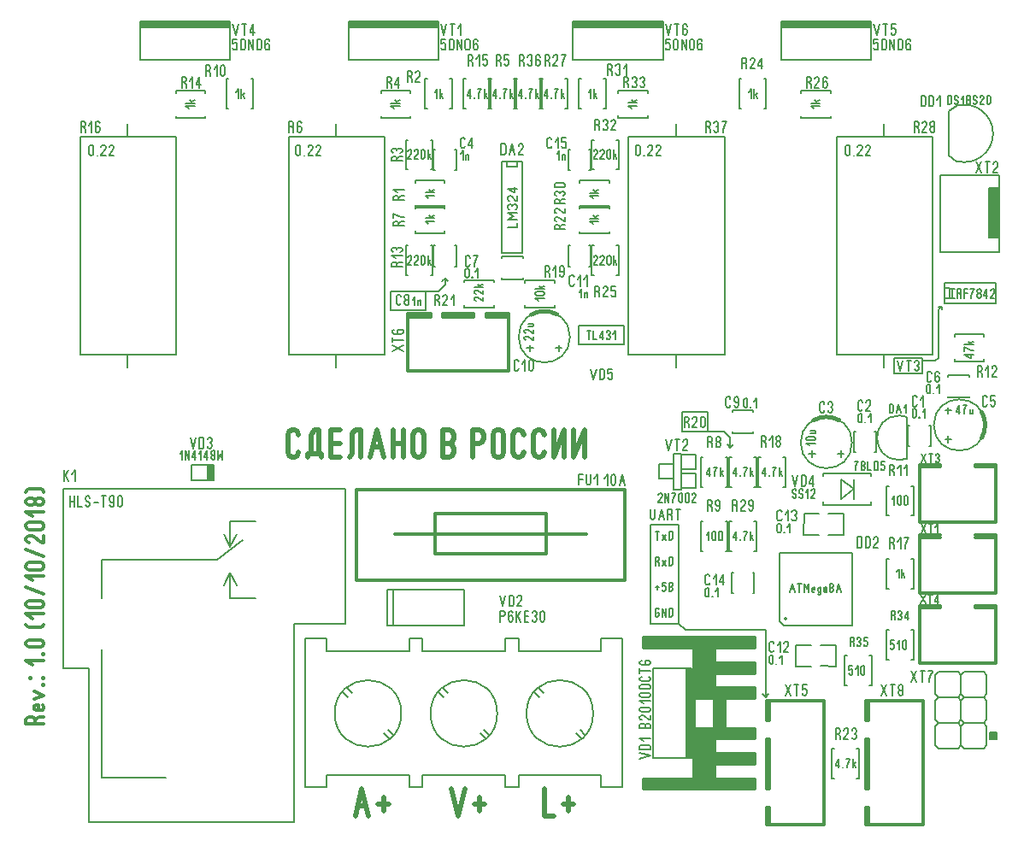
<source format=gbr>
%FSLAX34Y34*%
%MOMM*%
%LNSILK_TOP*%
G71*
G01*
%ADD10C, 0.200*%
%ADD11C, 0.191*%
%ADD12C, 0.100*%
%ADD13C, 0.150*%
%ADD14C, 0.159*%
%ADD15C, 0.400*%
%ADD16C, 0.300*%
%ADD17C, 0.476*%
%ADD18C, 0.318*%
%LPD*%
G54D10*
X215900Y415800D02*
X495300Y415800D01*
X495300Y282450D01*
X444500Y282450D01*
X444500Y85600D01*
X241300Y85600D01*
X241300Y238000D01*
X215900Y238000D01*
X215900Y415800D01*
G54D10*
X317500Y130050D02*
X254000Y130050D01*
X254000Y257050D01*
G54D10*
X254000Y307850D02*
X254000Y345950D01*
X368300Y345950D01*
G54D10*
X406400Y384050D02*
X381000Y384050D01*
X381000Y358650D01*
G54D10*
X381000Y333250D02*
X381000Y307850D01*
X406400Y307850D01*
G54D10*
X368300Y345950D02*
X393700Y365000D01*
G54D10*
X381000Y358650D02*
X387350Y371350D01*
G54D10*
X381000Y358650D02*
X374650Y371350D01*
G54D10*
X381000Y333250D02*
X387350Y320550D01*
G54D10*
X381000Y333250D02*
X374650Y320550D01*
G54D11*
X216550Y423850D02*
X216550Y434517D01*
G54D11*
X216550Y427183D02*
X220817Y434517D01*
G54D11*
X218150Y429183D02*
X220817Y423850D01*
G54D11*
X224550Y430517D02*
X227217Y434517D01*
X227217Y423850D01*
G54D11*
X222265Y398230D02*
X222265Y408897D01*
G54D11*
X226532Y398230D02*
X226532Y408897D01*
G54D11*
X222265Y403563D02*
X226532Y403563D01*
G54D11*
X230265Y408897D02*
X230265Y398230D01*
X233998Y398230D01*
G54D11*
X237731Y400230D02*
X238264Y398897D01*
X239331Y398230D01*
X240398Y398230D01*
X241464Y398897D01*
X241998Y400230D01*
X241998Y401563D01*
X241464Y402897D01*
X240398Y403563D01*
X239331Y403563D01*
X238264Y404230D01*
X237731Y405563D01*
X237731Y406897D01*
X238264Y408230D01*
X239331Y408897D01*
X240398Y408897D01*
X241464Y408230D01*
X241998Y406897D01*
G54D11*
X245731Y402897D02*
X249998Y402897D01*
G54D11*
X255864Y398230D02*
X255864Y408897D01*
G54D11*
X253731Y408897D02*
X257998Y408897D01*
G54D11*
X261731Y400230D02*
X262264Y398897D01*
X263331Y398230D01*
X264398Y398230D01*
X265464Y398897D01*
X265998Y400230D01*
X265998Y403563D01*
X265998Y404230D01*
X264398Y402897D01*
X263331Y402897D01*
X262264Y403563D01*
X261731Y404897D01*
X261731Y406897D01*
X262264Y408230D01*
X263331Y408897D01*
X264398Y408897D01*
X265464Y408230D01*
X265998Y406897D01*
X265998Y403563D01*
G54D11*
X273998Y406897D02*
X273998Y400230D01*
X273464Y398897D01*
X272398Y398230D01*
X271331Y398230D01*
X270264Y398897D01*
X269731Y400230D01*
X269731Y406897D01*
X270264Y408230D01*
X271331Y408897D01*
X272398Y408897D01*
X273464Y408230D01*
X273998Y406897D01*
G36*
X292050Y873025D02*
X380850Y873025D01*
X380850Y879425D01*
X292050Y879425D01*
X292050Y873025D01*
G37*
G54D12*
X292050Y873025D02*
X380850Y873025D01*
X380850Y879425D01*
X292050Y879425D01*
X292050Y873025D01*
G54D10*
X292050Y879425D02*
X292050Y841425D01*
X381050Y841425D01*
X381050Y879425D01*
X292050Y879425D01*
G54D11*
X383625Y876492D02*
X386292Y865825D01*
X388958Y876492D01*
G54D11*
X394824Y865825D02*
X394824Y876492D01*
G54D11*
X392691Y876492D02*
X396958Y876492D01*
G54D11*
X403891Y865825D02*
X403891Y876492D01*
X400691Y869825D01*
X400691Y868492D01*
X404958Y868492D01*
G54D11*
X387892Y861667D02*
X383625Y861667D01*
X383625Y857000D01*
X384158Y857000D01*
X385225Y857667D01*
X386292Y857667D01*
X387358Y857000D01*
X387892Y855667D01*
X387892Y853000D01*
X387358Y851667D01*
X386292Y851000D01*
X385225Y851000D01*
X384158Y851667D01*
X383625Y853000D01*
G54D11*
X395892Y859667D02*
X395892Y853000D01*
X395358Y851667D01*
X394292Y851000D01*
X393225Y851000D01*
X392158Y851667D01*
X391625Y853000D01*
X391625Y859667D01*
X392158Y861000D01*
X393225Y861667D01*
X394292Y861667D01*
X395358Y861000D01*
X395892Y859667D01*
G54D11*
X399625Y851000D02*
X399625Y861667D01*
X403892Y851000D01*
X403892Y861667D01*
G54D11*
X411892Y859667D02*
X411892Y853000D01*
X411358Y851667D01*
X410292Y851000D01*
X409225Y851000D01*
X408158Y851667D01*
X407625Y853000D01*
X407625Y859667D01*
X408158Y861000D01*
X409225Y861667D01*
X410292Y861667D01*
X411358Y861000D01*
X411892Y859667D01*
G54D11*
X419892Y859667D02*
X419358Y861000D01*
X418292Y861667D01*
X417225Y861667D01*
X416158Y861000D01*
X415625Y859667D01*
X415625Y856333D01*
X415625Y855667D01*
X417225Y857000D01*
X418292Y857000D01*
X419358Y856333D01*
X419892Y855000D01*
X419892Y853000D01*
X419358Y851667D01*
X418292Y851000D01*
X417225Y851000D01*
X416158Y851667D01*
X415625Y853000D01*
X415625Y856333D01*
G54D10*
X232410Y765050D02*
X327660Y765050D01*
X327660Y549150D01*
X232410Y549150D01*
X232410Y765050D01*
G54D10*
X279400Y777750D02*
X279400Y765050D01*
G54D10*
X279400Y549150D02*
X279400Y536450D01*
G54D11*
X235193Y774733D02*
X236793Y773400D01*
X237327Y772067D01*
X237327Y769400D01*
G54D11*
X233060Y769400D02*
X233060Y780067D01*
X235727Y780067D01*
X236793Y779400D01*
X237327Y778067D01*
X237327Y776733D01*
X236793Y775400D01*
X235727Y774733D01*
X233060Y774733D01*
G54D11*
X241060Y776067D02*
X243727Y780067D01*
X243727Y769400D01*
G54D11*
X251727Y778067D02*
X251193Y779400D01*
X250127Y780067D01*
X249060Y780067D01*
X247993Y779400D01*
X247460Y778067D01*
X247460Y774733D01*
X247460Y774067D01*
X249060Y775400D01*
X250127Y775400D01*
X251193Y774733D01*
X251727Y773400D01*
X251727Y771400D01*
X251193Y770067D01*
X250127Y769400D01*
X249060Y769400D01*
X247993Y770067D01*
X247460Y771400D01*
X247460Y774733D01*
G54D11*
X245427Y754817D02*
X245427Y748150D01*
X244893Y746817D01*
X243827Y746150D01*
X242760Y746150D01*
X241693Y746817D01*
X241160Y748150D01*
X241160Y754817D01*
X241693Y756150D01*
X242760Y756817D01*
X243827Y756817D01*
X244893Y756150D01*
X245427Y754817D01*
G54D11*
X249587Y746150D02*
X249160Y746150D01*
X249160Y746683D01*
X249587Y746683D01*
X249587Y746150D01*
X249160Y746150D01*
G54D11*
X257587Y746150D02*
X253320Y746150D01*
X253320Y746817D01*
X253853Y748150D01*
X257053Y752150D01*
X257587Y753483D01*
X257587Y754817D01*
X257053Y756150D01*
X255987Y756817D01*
X254920Y756817D01*
X253853Y756150D01*
X253320Y754817D01*
G54D11*
X265587Y746150D02*
X261320Y746150D01*
X261320Y746817D01*
X261853Y748150D01*
X265053Y752150D01*
X265587Y753483D01*
X265587Y754817D01*
X265053Y756150D01*
X263987Y756817D01*
X262920Y756817D01*
X261853Y756150D01*
X261320Y754817D01*
G54D10*
X438785Y765050D02*
X534035Y765050D01*
X534035Y549150D01*
X438785Y549150D01*
X438785Y765050D01*
G54D10*
X485775Y777750D02*
X485775Y765050D01*
G54D10*
X485775Y549150D02*
X485775Y536450D01*
G54D11*
X441568Y774733D02*
X443168Y773400D01*
X443702Y772067D01*
X443702Y769400D01*
G54D11*
X439435Y769400D02*
X439435Y780067D01*
X442102Y780067D01*
X443168Y779400D01*
X443702Y778067D01*
X443702Y776733D01*
X443168Y775400D01*
X442102Y774733D01*
X439435Y774733D01*
G54D11*
X451702Y778067D02*
X451168Y779400D01*
X450102Y780067D01*
X449035Y780067D01*
X447968Y779400D01*
X447435Y778067D01*
X447435Y774733D01*
X447435Y774067D01*
X449035Y775400D01*
X450102Y775400D01*
X451168Y774733D01*
X451702Y773400D01*
X451702Y771400D01*
X451168Y770067D01*
X450102Y769400D01*
X449035Y769400D01*
X447968Y770067D01*
X447435Y771400D01*
X447435Y774733D01*
G54D11*
X450452Y754817D02*
X450452Y748150D01*
X449918Y746817D01*
X448852Y746150D01*
X447785Y746150D01*
X446718Y746817D01*
X446185Y748150D01*
X446185Y754817D01*
X446718Y756150D01*
X447785Y756817D01*
X448852Y756817D01*
X449918Y756150D01*
X450452Y754817D01*
G54D11*
X454612Y746150D02*
X454185Y746150D01*
X454185Y746683D01*
X454612Y746683D01*
X454612Y746150D01*
X454185Y746150D01*
G54D11*
X462612Y746150D02*
X458345Y746150D01*
X458345Y746817D01*
X458878Y748150D01*
X462078Y752150D01*
X462612Y753483D01*
X462612Y754817D01*
X462078Y756150D01*
X461012Y756817D01*
X459945Y756817D01*
X458878Y756150D01*
X458345Y754817D01*
G54D11*
X470612Y746150D02*
X466345Y746150D01*
X466345Y746817D01*
X466878Y748150D01*
X470078Y752150D01*
X470612Y753483D01*
X470612Y754817D01*
X470078Y756150D01*
X469012Y756817D01*
X467945Y756817D01*
X466878Y756150D01*
X466345Y754817D01*
G54D10*
X775335Y765050D02*
X870585Y765050D01*
X870585Y549150D01*
X775335Y549150D01*
X775335Y765050D01*
G54D10*
X822325Y777750D02*
X822325Y765050D01*
G54D10*
X822325Y549150D02*
X822325Y536450D01*
G54D11*
X854318Y774733D02*
X855918Y773400D01*
X856452Y772067D01*
X856452Y769400D01*
G54D11*
X852185Y769400D02*
X852185Y780067D01*
X854852Y780067D01*
X855918Y779400D01*
X856452Y778067D01*
X856452Y776733D01*
X855918Y775400D01*
X854852Y774733D01*
X852185Y774733D01*
G54D11*
X860185Y778067D02*
X860718Y779400D01*
X861785Y780067D01*
X862852Y780067D01*
X863918Y779400D01*
X864452Y778067D01*
X864452Y776733D01*
X863918Y775400D01*
X862852Y774733D01*
X863918Y774067D01*
X864452Y772733D01*
X864452Y771400D01*
X863918Y770067D01*
X862852Y769400D01*
X861785Y769400D01*
X860718Y770067D01*
X860185Y771400D01*
G54D11*
X868185Y780067D02*
X872452Y780067D01*
X871918Y778733D01*
X870852Y776733D01*
X869785Y774067D01*
X869252Y772067D01*
X869252Y769400D01*
G54D11*
X787002Y754817D02*
X787002Y748150D01*
X786468Y746817D01*
X785402Y746150D01*
X784335Y746150D01*
X783268Y746817D01*
X782735Y748150D01*
X782735Y754817D01*
X783268Y756150D01*
X784335Y756817D01*
X785402Y756817D01*
X786468Y756150D01*
X787002Y754817D01*
G54D11*
X791162Y746150D02*
X790735Y746150D01*
X790735Y746683D01*
X791162Y746683D01*
X791162Y746150D01*
X790735Y746150D01*
G54D11*
X799162Y746150D02*
X794895Y746150D01*
X794895Y746817D01*
X795428Y748150D01*
X798628Y752150D01*
X799162Y753483D01*
X799162Y754817D01*
X798628Y756150D01*
X797562Y756817D01*
X796495Y756817D01*
X795428Y756150D01*
X794895Y754817D01*
G54D11*
X807162Y746150D02*
X802895Y746150D01*
X802895Y746817D01*
X803428Y748150D01*
X806628Y752150D01*
X807162Y753483D01*
X807162Y754817D01*
X806628Y756150D01*
X805562Y756817D01*
X804495Y756817D01*
X803428Y756150D01*
X802895Y754817D01*
G54D10*
X981710Y765050D02*
X1076960Y765050D01*
X1076960Y549150D01*
X981710Y549150D01*
X981710Y765050D01*
G54D10*
X1028700Y777750D02*
X1028700Y765050D01*
G54D10*
X1028700Y549150D02*
X1028700Y536450D01*
G54D11*
X1060693Y774733D02*
X1062293Y773400D01*
X1062827Y772067D01*
X1062827Y769400D01*
G54D11*
X1058560Y769400D02*
X1058560Y780067D01*
X1061227Y780067D01*
X1062293Y779400D01*
X1062827Y778067D01*
X1062827Y776733D01*
X1062293Y775400D01*
X1061227Y774733D01*
X1058560Y774733D01*
G54D11*
X1070827Y769400D02*
X1066560Y769400D01*
X1066560Y770067D01*
X1067093Y771400D01*
X1070293Y775400D01*
X1070827Y776733D01*
X1070827Y778067D01*
X1070293Y779400D01*
X1069227Y780067D01*
X1068160Y780067D01*
X1067093Y779400D01*
X1066560Y778067D01*
G54D11*
X1077227Y774733D02*
X1076160Y774733D01*
X1075093Y775400D01*
X1074560Y776733D01*
X1074560Y778067D01*
X1075093Y779400D01*
X1076160Y780067D01*
X1077227Y780067D01*
X1078293Y779400D01*
X1078827Y778067D01*
X1078827Y776733D01*
X1078293Y775400D01*
X1077227Y774733D01*
X1078293Y774067D01*
X1078827Y772733D01*
X1078827Y771400D01*
X1078293Y770067D01*
X1077227Y769400D01*
X1076160Y769400D01*
X1075093Y770067D01*
X1074560Y771400D01*
X1074560Y772733D01*
X1075093Y774067D01*
X1076160Y774733D01*
G54D11*
X994727Y754817D02*
X994727Y748150D01*
X994193Y746817D01*
X993127Y746150D01*
X992060Y746150D01*
X990993Y746817D01*
X990460Y748150D01*
X990460Y754817D01*
X990993Y756150D01*
X992060Y756817D01*
X993127Y756817D01*
X994193Y756150D01*
X994727Y754817D01*
G54D11*
X998887Y746150D02*
X998460Y746150D01*
X998460Y746683D01*
X998887Y746683D01*
X998887Y746150D01*
X998460Y746150D01*
G54D11*
X1006887Y746150D02*
X1002620Y746150D01*
X1002620Y746817D01*
X1003153Y748150D01*
X1006353Y752150D01*
X1006887Y753483D01*
X1006887Y754817D01*
X1006353Y756150D01*
X1005287Y756817D01*
X1004220Y756817D01*
X1003153Y756150D01*
X1002620Y754817D01*
G54D11*
X1014887Y746150D02*
X1010620Y746150D01*
X1010620Y746817D01*
X1011153Y748150D01*
X1014353Y752150D01*
X1014887Y753483D01*
X1014887Y754817D01*
X1014353Y756150D01*
X1013287Y756817D01*
X1012220Y756817D01*
X1011153Y756150D01*
X1010620Y754817D01*
G36*
X498425Y873025D02*
X587225Y873025D01*
X587225Y879425D01*
X498425Y879425D01*
X498425Y873025D01*
G37*
G54D12*
X498425Y873025D02*
X587225Y873025D01*
X587225Y879425D01*
X498425Y879425D01*
X498425Y873025D01*
G54D10*
X498425Y879425D02*
X498425Y841425D01*
X587425Y841425D01*
X587425Y879425D01*
X498425Y879425D01*
G54D11*
X590000Y876492D02*
X592667Y865825D01*
X595333Y876492D01*
G54D11*
X601199Y865825D02*
X601199Y876492D01*
G54D11*
X599066Y876492D02*
X603333Y876492D01*
G54D11*
X607066Y872492D02*
X609733Y876492D01*
X609733Y865825D01*
G54D11*
X594267Y861667D02*
X590000Y861667D01*
X590000Y857000D01*
X590533Y857000D01*
X591600Y857667D01*
X592667Y857667D01*
X593733Y857000D01*
X594267Y855667D01*
X594267Y853000D01*
X593733Y851667D01*
X592667Y851000D01*
X591600Y851000D01*
X590533Y851667D01*
X590000Y853000D01*
G54D11*
X602267Y859667D02*
X602267Y853000D01*
X601733Y851667D01*
X600667Y851000D01*
X599600Y851000D01*
X598533Y851667D01*
X598000Y853000D01*
X598000Y859667D01*
X598533Y861000D01*
X599600Y861667D01*
X600667Y861667D01*
X601733Y861000D01*
X602267Y859667D01*
G54D11*
X606000Y851000D02*
X606000Y861667D01*
X610267Y851000D01*
X610267Y861667D01*
G54D11*
X618267Y859667D02*
X618267Y853000D01*
X617733Y851667D01*
X616667Y851000D01*
X615600Y851000D01*
X614533Y851667D01*
X614000Y853000D01*
X614000Y859667D01*
X614533Y861000D01*
X615600Y861667D01*
X616667Y861667D01*
X617733Y861000D01*
X618267Y859667D01*
G54D11*
X626267Y859667D02*
X625733Y861000D01*
X624667Y861667D01*
X623600Y861667D01*
X622533Y861000D01*
X622000Y859667D01*
X622000Y856333D01*
X622000Y855667D01*
X623600Y857000D01*
X624667Y857000D01*
X625733Y856333D01*
X626267Y855000D01*
X626267Y853000D01*
X625733Y851667D01*
X624667Y851000D01*
X623600Y851000D01*
X622533Y851667D01*
X622000Y853000D01*
X622000Y856333D01*
G36*
X720675Y873025D02*
X809475Y873025D01*
X809475Y879425D01*
X720675Y879425D01*
X720675Y873025D01*
G37*
G54D12*
X720675Y873025D02*
X809475Y873025D01*
X809475Y879425D01*
X720675Y879425D01*
X720675Y873025D01*
G54D10*
X720675Y879425D02*
X720675Y841425D01*
X809675Y841425D01*
X809675Y879425D01*
X720675Y879425D01*
G54D11*
X812250Y876492D02*
X814917Y865825D01*
X817583Y876492D01*
G54D11*
X823449Y865825D02*
X823449Y876492D01*
G54D11*
X821316Y876492D02*
X825583Y876492D01*
G54D11*
X833583Y874492D02*
X833049Y875825D01*
X831983Y876492D01*
X830916Y876492D01*
X829849Y875825D01*
X829316Y874492D01*
X829316Y871158D01*
X829316Y870492D01*
X830916Y871825D01*
X831983Y871825D01*
X833049Y871158D01*
X833583Y869825D01*
X833583Y867825D01*
X833049Y866492D01*
X831983Y865825D01*
X830916Y865825D01*
X829849Y866492D01*
X829316Y867825D01*
X829316Y871158D01*
G54D11*
X816517Y861667D02*
X812250Y861667D01*
X812250Y857000D01*
X812783Y857000D01*
X813850Y857667D01*
X814917Y857667D01*
X815983Y857000D01*
X816517Y855667D01*
X816517Y853000D01*
X815983Y851667D01*
X814917Y851000D01*
X813850Y851000D01*
X812783Y851667D01*
X812250Y853000D01*
G54D11*
X824517Y859667D02*
X824517Y853000D01*
X823983Y851667D01*
X822917Y851000D01*
X821850Y851000D01*
X820783Y851667D01*
X820250Y853000D01*
X820250Y859667D01*
X820783Y861000D01*
X821850Y861667D01*
X822917Y861667D01*
X823983Y861000D01*
X824517Y859667D01*
G54D11*
X828250Y851000D02*
X828250Y861667D01*
X832517Y851000D01*
X832517Y861667D01*
G54D11*
X840517Y859667D02*
X840517Y853000D01*
X839983Y851667D01*
X838917Y851000D01*
X837850Y851000D01*
X836783Y851667D01*
X836250Y853000D01*
X836250Y859667D01*
X836783Y861000D01*
X837850Y861667D01*
X838917Y861667D01*
X839983Y861000D01*
X840517Y859667D01*
G54D11*
X848517Y859667D02*
X847983Y861000D01*
X846917Y861667D01*
X845850Y861667D01*
X844783Y861000D01*
X844250Y859667D01*
X844250Y856333D01*
X844250Y855667D01*
X845850Y857000D01*
X846917Y857000D01*
X847983Y856333D01*
X848517Y855000D01*
X848517Y853000D01*
X847983Y851667D01*
X846917Y851000D01*
X845850Y851000D01*
X844783Y851667D01*
X844250Y853000D01*
X844250Y856333D01*
G36*
X927050Y873025D02*
X1015850Y873025D01*
X1015850Y879425D01*
X927050Y879425D01*
X927050Y873025D01*
G37*
G54D12*
X927050Y873025D02*
X1015850Y873025D01*
X1015850Y879425D01*
X927050Y879425D01*
X927050Y873025D01*
G54D10*
X927050Y879425D02*
X927050Y841425D01*
X1016050Y841425D01*
X1016050Y879425D01*
X927050Y879425D01*
G54D11*
X1018625Y876492D02*
X1021292Y865825D01*
X1023958Y876492D01*
G54D11*
X1029824Y865825D02*
X1029824Y876492D01*
G54D11*
X1027691Y876492D02*
X1031958Y876492D01*
G54D11*
X1039958Y876492D02*
X1035691Y876492D01*
X1035691Y871825D01*
X1036224Y871825D01*
X1037291Y872492D01*
X1038358Y872492D01*
X1039424Y871825D01*
X1039958Y870492D01*
X1039958Y867825D01*
X1039424Y866492D01*
X1038358Y865825D01*
X1037291Y865825D01*
X1036224Y866492D01*
X1035691Y867825D01*
G54D11*
X1022892Y861667D02*
X1018625Y861667D01*
X1018625Y857000D01*
X1019158Y857000D01*
X1020225Y857667D01*
X1021292Y857667D01*
X1022358Y857000D01*
X1022892Y855667D01*
X1022892Y853000D01*
X1022358Y851667D01*
X1021292Y851000D01*
X1020225Y851000D01*
X1019158Y851667D01*
X1018625Y853000D01*
G54D11*
X1030892Y859667D02*
X1030892Y853000D01*
X1030358Y851667D01*
X1029292Y851000D01*
X1028225Y851000D01*
X1027158Y851667D01*
X1026625Y853000D01*
X1026625Y859667D01*
X1027158Y861000D01*
X1028225Y861667D01*
X1029292Y861667D01*
X1030358Y861000D01*
X1030892Y859667D01*
G54D11*
X1034625Y851000D02*
X1034625Y861667D01*
X1038892Y851000D01*
X1038892Y861667D01*
G54D11*
X1046892Y859667D02*
X1046892Y853000D01*
X1046358Y851667D01*
X1045292Y851000D01*
X1044225Y851000D01*
X1043158Y851667D01*
X1042625Y853000D01*
X1042625Y859667D01*
X1043158Y861000D01*
X1044225Y861667D01*
X1045292Y861667D01*
X1046358Y861000D01*
X1046892Y859667D01*
G54D11*
X1054892Y859667D02*
X1054358Y861000D01*
X1053292Y861667D01*
X1052225Y861667D01*
X1051158Y861000D01*
X1050625Y859667D01*
X1050625Y856333D01*
X1050625Y855667D01*
X1052225Y857000D01*
X1053292Y857000D01*
X1054358Y856333D01*
X1054892Y855000D01*
X1054892Y853000D01*
X1054358Y851667D01*
X1053292Y851000D01*
X1052225Y851000D01*
X1051158Y851667D01*
X1050625Y853000D01*
X1050625Y856333D01*
G54D13*
X1100799Y795724D02*
X1092875Y789995D01*
X1092875Y746395D01*
X1100799Y740666D01*
G54D13*
G75*
G01X1100799Y740666D02*
G03X1100799Y795724I7376J27529D01*
G01*
G54D11*
X1065375Y795039D02*
X1065375Y805706D01*
X1068042Y805706D01*
X1069108Y805039D01*
X1069642Y803706D01*
X1069642Y797039D01*
X1069108Y795706D01*
X1068042Y795039D01*
X1065375Y795039D01*
G54D11*
X1073375Y795039D02*
X1073375Y805706D01*
X1076042Y805706D01*
X1077108Y805039D01*
X1077642Y803706D01*
X1077642Y797039D01*
X1077108Y795706D01*
X1076042Y795039D01*
X1073375Y795039D01*
G54D11*
X1081375Y801706D02*
X1084042Y805706D01*
X1084042Y795039D01*
G54D14*
X1091822Y796978D02*
X1091822Y805867D01*
X1094044Y805867D01*
X1094933Y805311D01*
X1095378Y804200D01*
X1095378Y798645D01*
X1094933Y797534D01*
X1094044Y796978D01*
X1091822Y796978D01*
G54D14*
X1098489Y798645D02*
X1098934Y797534D01*
X1099822Y796978D01*
X1100711Y796978D01*
X1101600Y797534D01*
X1102044Y798645D01*
X1102044Y799756D01*
X1101600Y800867D01*
X1100711Y801422D01*
X1099822Y801422D01*
X1098934Y801978D01*
X1098489Y803089D01*
X1098489Y804200D01*
X1098934Y805311D01*
X1099822Y805867D01*
X1100711Y805867D01*
X1101600Y805311D01*
X1102044Y804200D01*
G54D14*
X1105156Y802534D02*
X1107378Y805867D01*
X1107378Y796978D01*
G54D14*
X1112711Y801422D02*
X1111822Y801422D01*
X1110934Y801978D01*
X1110489Y803089D01*
X1110489Y804200D01*
X1110934Y805311D01*
X1111822Y805867D01*
X1112711Y805867D01*
X1113600Y805311D01*
X1114044Y804200D01*
X1114044Y803089D01*
X1113600Y801978D01*
X1112711Y801422D01*
X1113600Y800867D01*
X1114044Y799756D01*
X1114044Y798645D01*
X1113600Y797534D01*
X1112711Y796978D01*
X1111822Y796978D01*
X1110934Y797534D01*
X1110489Y798645D01*
X1110489Y799756D01*
X1110934Y800867D01*
X1111822Y801422D01*
G54D14*
X1117156Y798645D02*
X1117600Y797534D01*
X1118489Y796978D01*
X1119378Y796978D01*
X1120267Y797534D01*
X1120712Y798645D01*
X1120712Y799756D01*
X1120267Y800867D01*
X1119378Y801422D01*
X1118489Y801422D01*
X1117600Y801978D01*
X1117156Y803089D01*
X1117156Y804200D01*
X1117600Y805311D01*
X1118489Y805867D01*
X1119378Y805867D01*
X1120267Y805311D01*
X1120712Y804200D01*
G54D14*
X1127378Y796978D02*
X1123823Y796978D01*
X1123823Y797534D01*
X1124268Y798645D01*
X1126934Y801978D01*
X1127378Y803089D01*
X1127378Y804200D01*
X1126934Y805311D01*
X1126045Y805867D01*
X1125156Y805867D01*
X1124268Y805311D01*
X1123823Y804200D01*
G54D14*
X1134046Y804200D02*
X1134046Y798645D01*
X1133601Y797534D01*
X1132712Y796978D01*
X1131823Y796978D01*
X1130934Y797534D01*
X1130490Y798645D01*
X1130490Y804200D01*
X1130934Y805311D01*
X1131823Y805867D01*
X1132712Y805867D01*
X1133601Y805311D01*
X1134046Y804200D01*
G54D10*
G75*
G01X1128712Y479300D02*
G03X1128712Y479300I-25400J0D01*
G01*
G54D15*
G75*
G01X1125396Y466550D02*
G03X1125396Y492050I-22084J12750D01*
G01*
G54D10*
X1095375Y493588D02*
X1089025Y493588D01*
G54D10*
X1092200Y490412D02*
X1092200Y496762D01*
G54D10*
X1095375Y465012D02*
X1089025Y465012D01*
G54D10*
X1092200Y461838D02*
X1092200Y468188D01*
G54D11*
X1130599Y499648D02*
X1130065Y498314D01*
X1128999Y497648D01*
X1127932Y497648D01*
X1126865Y498314D01*
X1126332Y499648D01*
X1126332Y506314D01*
X1126865Y507648D01*
X1127932Y508314D01*
X1128999Y508314D01*
X1130065Y507648D01*
X1130599Y506314D01*
G54D11*
X1138599Y508314D02*
X1134332Y508314D01*
X1134332Y503648D01*
X1134865Y503648D01*
X1135932Y504314D01*
X1136999Y504314D01*
X1138065Y503648D01*
X1138599Y502314D01*
X1138599Y499648D01*
X1138065Y498314D01*
X1136999Y497648D01*
X1135932Y497648D01*
X1134865Y498314D01*
X1134332Y499648D01*
G54D14*
X1102967Y490158D02*
X1102967Y499047D01*
X1100300Y493492D01*
X1100300Y492381D01*
X1103856Y492381D01*
G54D14*
X1106967Y499047D02*
X1110522Y499047D01*
X1110078Y497936D01*
X1109189Y496270D01*
X1108300Y494047D01*
X1107856Y492381D01*
X1107856Y490158D01*
G54D14*
X1116301Y495158D02*
X1116301Y490158D01*
G54D14*
X1116301Y491270D02*
X1115856Y490381D01*
X1114967Y490158D01*
X1114078Y490381D01*
X1113634Y491270D01*
X1113634Y495158D01*
G54D13*
X670000Y740300D02*
X650000Y740300D01*
X650000Y650100D01*
X670000Y650100D01*
X670000Y740300D01*
G54D13*
X665000Y740300D02*
X655000Y740300D01*
X655000Y735300D01*
X665000Y735300D01*
X665000Y740300D01*
G54D11*
X649562Y747106D02*
X649562Y757773D01*
X652228Y757773D01*
X653295Y757106D01*
X653828Y755773D01*
X653828Y749106D01*
X653295Y747773D01*
X652228Y747106D01*
X649562Y747106D01*
G54D11*
X657562Y747106D02*
X660228Y757773D01*
X662895Y747106D01*
G54D11*
X658628Y751106D02*
X661828Y751106D01*
G54D11*
X670894Y747106D02*
X666628Y747106D01*
X666628Y747773D01*
X667161Y749106D01*
X670361Y753106D01*
X670894Y754439D01*
X670894Y755773D01*
X670361Y757106D01*
X669294Y757773D01*
X668228Y757773D01*
X667161Y757106D01*
X666628Y755773D01*
G54D14*
X655939Y675110D02*
X664828Y675110D01*
X664828Y679776D01*
G54D14*
X664828Y682888D02*
X655939Y682888D01*
X661495Y686221D01*
X655939Y689554D01*
X664828Y689554D01*
G54D14*
X657606Y692666D02*
X656495Y693332D01*
X655939Y694666D01*
X655939Y695999D01*
X656495Y697332D01*
X657606Y697999D01*
X658717Y697999D01*
X659828Y697332D01*
X660384Y695999D01*
X660939Y697332D01*
X662050Y697999D01*
X663161Y697999D01*
X664272Y697332D01*
X664828Y695999D01*
X664828Y694666D01*
X664272Y693332D01*
X663161Y692666D01*
G54D14*
X664828Y706443D02*
X664828Y701110D01*
X664272Y701110D01*
X663161Y701776D01*
X659828Y705776D01*
X658717Y706443D01*
X657606Y706443D01*
X656495Y705776D01*
X655939Y704443D01*
X655939Y703110D01*
X656495Y701776D01*
X657606Y701110D01*
G54D14*
X664828Y713554D02*
X655939Y713554D01*
X661495Y709554D01*
X662606Y709554D01*
X662606Y714887D01*
G54D16*
X556825Y586600D02*
X579825Y586600D01*
X579825Y589600D01*
X556825Y589600D01*
G54D16*
X656825Y589600D02*
X634825Y589600D01*
X634825Y586600D01*
X656825Y586600D01*
G54D16*
X591825Y586600D02*
X621825Y586600D01*
G54D16*
X591825Y589600D02*
X621825Y589600D01*
G54D16*
X579825Y589600D02*
X556825Y589600D01*
X556825Y532600D01*
X656825Y532600D01*
X656825Y589600D01*
X634825Y589600D01*
G54D16*
X591825Y589600D02*
X591825Y586600D01*
X621825Y586600D01*
X621825Y589600D01*
X591825Y589600D01*
G54D11*
X541656Y552566D02*
X552323Y557899D01*
G54D11*
X552323Y552566D02*
X541656Y557899D01*
G54D11*
X552323Y563765D02*
X541656Y563765D01*
G54D11*
X541656Y561632D02*
X541656Y565899D01*
G54D11*
X543656Y573899D02*
X542323Y573365D01*
X541656Y572299D01*
X541656Y571232D01*
X542323Y570165D01*
X543656Y569632D01*
X546990Y569632D01*
X547656Y569632D01*
X546323Y571232D01*
X546323Y572299D01*
X546990Y573365D01*
X548323Y573899D01*
X550323Y573899D01*
X551656Y573365D01*
X552323Y572299D01*
X552323Y571232D01*
X551656Y570165D01*
X550323Y569632D01*
X546990Y569632D01*
G54D17*
X692150Y118617D02*
X692150Y91950D01*
X701483Y91950D01*
G54D17*
X710816Y103617D02*
X721483Y103617D01*
G54D17*
X716149Y110283D02*
X716149Y96950D01*
G54D17*
X504825Y91950D02*
X511492Y118617D01*
X518158Y91950D01*
G54D17*
X507492Y101950D02*
X515492Y101950D01*
G54D17*
X527491Y103617D02*
X538158Y103617D01*
G54D17*
X532824Y110283D02*
X532824Y96950D01*
G54D17*
X600075Y118617D02*
X606742Y91950D01*
X613408Y118617D01*
G54D17*
X622741Y103617D02*
X633408Y103617D01*
G54D17*
X628074Y110283D02*
X628074Y96950D01*
G54D13*
X726325Y559425D02*
X726325Y577675D01*
X770825Y577675D01*
X770825Y559425D01*
X726325Y559425D01*
G54D11*
X738267Y534939D02*
X740934Y524272D01*
X743600Y534939D01*
G54D11*
X747333Y524272D02*
X747333Y534939D01*
X750000Y534939D01*
X751066Y534272D01*
X751600Y532939D01*
X751600Y526272D01*
X751066Y524939D01*
X750000Y524272D01*
X747333Y524272D01*
G54D11*
X759600Y534939D02*
X755333Y534939D01*
X755333Y530272D01*
X755866Y530272D01*
X756933Y530939D01*
X758000Y530939D01*
X759066Y530272D01*
X759600Y528939D01*
X759600Y526272D01*
X759066Y524939D01*
X758000Y524272D01*
X756933Y524272D01*
X755866Y524939D01*
X755333Y526272D01*
G54D14*
X736034Y563996D02*
X736034Y572885D01*
G54D14*
X734256Y572885D02*
X737812Y572885D01*
G54D14*
X740923Y572885D02*
X740923Y563996D01*
X744034Y563996D01*
G54D14*
X749812Y563996D02*
X749812Y572885D01*
X747145Y567329D01*
X747145Y566218D01*
X750701Y566218D01*
G54D14*
X753812Y571218D02*
X754256Y572329D01*
X755145Y572885D01*
X756034Y572885D01*
X756923Y572329D01*
X757368Y571218D01*
X757368Y570107D01*
X756923Y568996D01*
X756034Y568440D01*
X756923Y567885D01*
X757368Y566774D01*
X757368Y565663D01*
X756923Y564552D01*
X756034Y563996D01*
X755145Y563996D01*
X754256Y564552D01*
X753812Y565663D01*
G54D14*
X760479Y569552D02*
X762701Y572885D01*
X762701Y563996D01*
G54D10*
X455525Y267550D02*
X455525Y120550D01*
X476525Y120550D01*
X476525Y132550D01*
X558525Y132550D01*
X558525Y120550D01*
X571525Y120550D01*
X571525Y132550D01*
X653525Y132550D01*
X653525Y120550D01*
X666525Y120550D01*
X666525Y132550D01*
X748525Y132550D01*
X748525Y120550D01*
X769525Y120550D01*
X769525Y267550D01*
X748525Y267550D01*
X748525Y255550D01*
X666525Y255550D01*
X666525Y267550D01*
X653525Y267550D01*
X653525Y255550D01*
X571525Y255550D01*
X571525Y267550D01*
X558525Y267550D01*
X558525Y255550D01*
X476525Y255550D01*
X476525Y267550D01*
X455525Y267550D01*
G54D10*
G75*
G01X550525Y193550D02*
G03X550525Y193550I-33000J0D01*
G01*
G54D10*
X533525Y173550D02*
X538525Y168550D01*
G54D10*
X537525Y177550D02*
X542525Y172550D01*
G54D10*
X492525Y214550D02*
X497525Y209550D01*
G54D10*
X496525Y218550D02*
X501525Y213550D01*
G54D10*
G75*
G01X645525Y193550D02*
G03X645525Y193550I-33000J0D01*
G01*
G54D10*
X628525Y173550D02*
X633525Y168550D01*
G54D10*
X632525Y177550D02*
X637525Y172550D01*
G54D10*
X587525Y214550D02*
X592525Y209550D01*
G54D10*
X591525Y218550D02*
X596525Y213550D01*
G54D10*
G75*
G01X740525Y193550D02*
G03X740525Y193550I-33000J0D01*
G01*
G54D10*
X723525Y173550D02*
X728525Y168550D01*
G54D10*
X727525Y177550D02*
X732525Y172550D01*
G54D10*
X682525Y214550D02*
X687525Y209550D01*
G54D10*
X686525Y218550D02*
X691525Y213550D01*
G54D16*
X505875Y415350D02*
X771875Y415350D01*
X771875Y325350D01*
X505875Y325350D01*
X505875Y415350D01*
G54D16*
X543875Y371350D02*
X733875Y371350D01*
X543875Y371350D01*
G54D16*
X583875Y391350D02*
X583875Y351350D01*
X693875Y351350D01*
X693875Y391350D01*
X583875Y391350D01*
G54D11*
X726307Y419894D02*
X726307Y430561D01*
X730040Y430561D01*
G54D11*
X726307Y425228D02*
X730040Y425228D01*
G54D11*
X733773Y430561D02*
X733773Y421894D01*
X734306Y420561D01*
X735373Y419894D01*
X736440Y419894D01*
X737506Y420561D01*
X738040Y421894D01*
X738040Y430561D01*
G54D11*
X741773Y426561D02*
X744440Y430561D01*
X744440Y419894D01*
G54D11*
X752026Y426341D02*
X754692Y430341D01*
X754692Y419674D01*
G54D11*
X762692Y428341D02*
X762692Y421674D01*
X762159Y420341D01*
X761092Y419674D01*
X760026Y419674D01*
X758959Y420341D01*
X758426Y421674D01*
X758426Y428341D01*
X758959Y429674D01*
X760026Y430341D01*
X761092Y430341D01*
X762159Y429674D01*
X762692Y428341D01*
G54D11*
X766426Y419674D02*
X769092Y430341D01*
X771759Y419674D01*
G54D11*
X767492Y423674D02*
X770692Y423674D01*
G36*
X831875Y238050D02*
X831875Y149250D01*
X838275Y149250D01*
X838275Y238050D01*
X831875Y238050D01*
G37*
G54D12*
X831875Y238050D02*
X831875Y149250D01*
X838275Y149250D01*
X838275Y238050D01*
X831875Y238050D01*
G54D10*
X838275Y238050D02*
X800275Y238050D01*
X800275Y149050D01*
X838275Y149050D01*
X838275Y238050D01*
G54D11*
X786575Y148939D02*
X797242Y151606D01*
X786575Y154272D01*
G54D11*
X797242Y158005D02*
X786575Y158005D01*
X786575Y160672D01*
X787242Y161738D01*
X788575Y162272D01*
X795242Y162272D01*
X796575Y161738D01*
X797242Y160672D01*
X797242Y158005D01*
G54D11*
X790575Y166005D02*
X786575Y168672D01*
X797242Y168672D01*
G54D11*
X797340Y179186D02*
X786673Y179186D01*
X786673Y181852D01*
X787340Y182919D01*
X788673Y183452D01*
X790006Y183452D01*
X791340Y182919D01*
X792006Y181852D01*
X792673Y182919D01*
X794006Y183452D01*
X795340Y183452D01*
X796673Y182919D01*
X797340Y181852D01*
X797340Y179186D01*
G54D11*
X792006Y179186D02*
X792006Y181852D01*
G54D11*
X797340Y191452D02*
X797340Y187186D01*
X796673Y187186D01*
X795340Y187719D01*
X791340Y190919D01*
X790006Y191452D01*
X788673Y191452D01*
X787340Y190919D01*
X786673Y189852D01*
X786673Y188786D01*
X787340Y187719D01*
X788673Y187186D01*
G54D11*
X788673Y199452D02*
X795340Y199452D01*
X796673Y198919D01*
X797340Y197852D01*
X797340Y196786D01*
X796673Y195719D01*
X795340Y195186D01*
X788673Y195186D01*
X787340Y195719D01*
X786673Y196786D01*
X786673Y197852D01*
X787340Y198919D01*
X788673Y199452D01*
G54D11*
X790673Y203186D02*
X786673Y205852D01*
X797340Y205852D01*
G54D11*
X788673Y213852D02*
X795340Y213852D01*
X796673Y213319D01*
X797340Y212252D01*
X797340Y211186D01*
X796673Y210119D01*
X795340Y209586D01*
X788673Y209586D01*
X787340Y210119D01*
X786673Y211186D01*
X786673Y212252D01*
X787340Y213319D01*
X788673Y213852D01*
G54D11*
X788673Y221852D02*
X795340Y221852D01*
X796673Y221319D01*
X797340Y220252D01*
X797340Y219186D01*
X796673Y218119D01*
X795340Y217586D01*
X788673Y217586D01*
X787340Y218119D01*
X786673Y219186D01*
X786673Y220252D01*
X787340Y221319D01*
X788673Y221852D01*
G54D11*
X795340Y229852D02*
X796673Y229319D01*
X797340Y228252D01*
X797340Y227186D01*
X796673Y226119D01*
X795340Y225586D01*
X788673Y225586D01*
X787340Y226119D01*
X786673Y227186D01*
X786673Y228252D01*
X787340Y229319D01*
X788673Y229852D01*
G54D11*
X797340Y235719D02*
X786673Y235719D01*
G54D11*
X786673Y233586D02*
X786673Y237852D01*
G54D11*
X792006Y243719D02*
X792006Y245852D01*
X795340Y245852D01*
X796673Y245319D01*
X797340Y244252D01*
X797340Y243186D01*
X796673Y242119D01*
X795340Y241586D01*
X788673Y241586D01*
X787340Y242119D01*
X786673Y243186D01*
X786673Y244252D01*
X787340Y245319D01*
X788673Y245852D01*
G54D16*
X860824Y118550D02*
X860824Y268550D01*
G36*
X860824Y208550D02*
X840824Y208550D01*
X840824Y268550D01*
X860824Y268550D01*
X860824Y208550D01*
G37*
G54D16*
X860824Y208550D02*
X840824Y208550D01*
X840824Y268550D01*
X860824Y268550D01*
X860824Y208550D01*
G36*
X860824Y168550D02*
X900824Y168550D01*
X900824Y178550D01*
X870824Y178550D01*
X870824Y208550D01*
X900824Y208550D01*
X900824Y218550D01*
X860824Y218550D01*
X860824Y168550D01*
G37*
G54D16*
X860824Y168550D02*
X900824Y168550D01*
X900824Y178550D01*
X870824Y178550D01*
X870824Y208550D01*
X900824Y208550D01*
X900824Y218550D01*
X860824Y218550D01*
X860824Y168550D01*
G36*
X860824Y153550D02*
X900824Y153550D01*
X900824Y143550D01*
X860824Y143550D01*
X860824Y153550D01*
G37*
G54D16*
X860824Y153550D02*
X900824Y153550D01*
X900824Y143550D01*
X860824Y143550D01*
X860824Y153550D01*
G36*
X860824Y233550D02*
X900824Y233550D01*
X900824Y243550D01*
X860824Y243550D01*
X860824Y233550D01*
G37*
G54D16*
X860824Y233550D02*
X900824Y233550D01*
X900824Y243550D01*
X860824Y243550D01*
X860824Y233550D01*
G36*
X790824Y118550D02*
X900824Y118550D01*
X900824Y128550D01*
X790824Y128550D01*
X790824Y118550D01*
G37*
G54D16*
X790824Y118550D02*
X900824Y118550D01*
X900824Y128550D01*
X790824Y128550D01*
X790824Y118550D01*
G36*
X790824Y258550D02*
X900824Y258550D01*
X900824Y268550D01*
X790824Y268550D01*
X790824Y258550D01*
G37*
G54D16*
X790824Y258550D02*
X900824Y258550D01*
X900824Y268550D01*
X790824Y268550D01*
X790824Y258550D01*
G36*
X860824Y118550D02*
X840824Y118550D01*
X840824Y178550D01*
X860824Y178550D01*
X860824Y118550D01*
G37*
G54D16*
X860824Y118550D02*
X840824Y118550D01*
X840824Y178550D01*
X860824Y178550D01*
X860824Y118550D01*
G54D16*
X840824Y178550D02*
X840824Y208550D01*
G54D10*
X612775Y316125D02*
X612775Y280525D01*
X536575Y280525D01*
X536575Y316125D01*
X612775Y316125D01*
G54D10*
X542875Y280525D02*
X542875Y316125D01*
G54D11*
X648351Y310480D02*
X651018Y299814D01*
X653684Y310480D01*
G54D11*
X657417Y299814D02*
X657417Y310480D01*
X660084Y310480D01*
X661150Y309814D01*
X661684Y308480D01*
X661684Y301814D01*
X661150Y300480D01*
X660084Y299814D01*
X657417Y299814D01*
G54D11*
X669684Y299814D02*
X665417Y299814D01*
X665417Y300480D01*
X665950Y301814D01*
X669150Y305814D01*
X669684Y307147D01*
X669684Y308480D01*
X669150Y309814D01*
X668084Y310480D01*
X667017Y310480D01*
X665950Y309814D01*
X665417Y308480D01*
G54D11*
X648702Y284388D02*
X648702Y295055D01*
X651369Y295055D01*
X652436Y294388D01*
X652969Y293055D01*
X652969Y291722D01*
X652436Y290388D01*
X651369Y289722D01*
X648702Y289722D01*
G54D11*
X660969Y293055D02*
X660436Y294388D01*
X659369Y295055D01*
X658302Y295055D01*
X657236Y294388D01*
X656702Y293055D01*
X656702Y289722D01*
X656702Y289055D01*
X658302Y290388D01*
X659369Y290388D01*
X660436Y289722D01*
X660969Y288388D01*
X660969Y286388D01*
X660436Y285055D01*
X659369Y284388D01*
X658302Y284388D01*
X657236Y285055D01*
X656702Y286388D01*
X656702Y289722D01*
G54D11*
X664702Y284388D02*
X664702Y295055D01*
G54D11*
X664702Y287722D02*
X668969Y295055D01*
G54D11*
X666302Y289722D02*
X668969Y284388D01*
G54D11*
X676436Y284388D02*
X672702Y284388D01*
X672702Y295055D01*
X676436Y295055D01*
G54D11*
X672702Y289722D02*
X676436Y289722D01*
G54D11*
X680168Y293055D02*
X680702Y294388D01*
X681768Y295055D01*
X682835Y295055D01*
X683902Y294388D01*
X684435Y293055D01*
X684435Y291722D01*
X683902Y290388D01*
X682835Y289722D01*
X683902Y289055D01*
X684435Y287722D01*
X684435Y286388D01*
X683902Y285055D01*
X682835Y284388D01*
X681768Y284388D01*
X680702Y285055D01*
X680168Y286388D01*
G54D11*
X692435Y293055D02*
X692435Y286388D01*
X691902Y285055D01*
X690835Y284388D01*
X689768Y284388D01*
X688702Y285055D01*
X688168Y286388D01*
X688168Y293055D01*
X688702Y294388D01*
X689768Y295055D01*
X690835Y295055D01*
X691902Y294388D01*
X692435Y293055D01*
G54D16*
X1064025Y370125D02*
X1064025Y313125D01*
X1139025Y313125D01*
X1139025Y370125D01*
X1119025Y370125D01*
G54D16*
X1064025Y370125D02*
X1084025Y370125D01*
G54D16*
X1064025Y368125D02*
X1084025Y368125D01*
G54D16*
X1119025Y368125D02*
X1139025Y368125D01*
G54D14*
X1065448Y381050D02*
X1069892Y372162D01*
G54D14*
X1065448Y372162D02*
X1069892Y381050D01*
G54D14*
X1074780Y372162D02*
X1074780Y381050D01*
G54D14*
X1073002Y381050D02*
X1076558Y381050D01*
G54D14*
X1079670Y377717D02*
X1081892Y381050D01*
X1081892Y372162D01*
G54D16*
X1064025Y439975D02*
X1064025Y382975D01*
X1139025Y382975D01*
X1139025Y439975D01*
X1119025Y439975D01*
G54D16*
X1064025Y439975D02*
X1084025Y439975D01*
G54D16*
X1064025Y437975D02*
X1084025Y437975D01*
G54D16*
X1119025Y437975D02*
X1139025Y437975D01*
G54D14*
X1065581Y450900D02*
X1070026Y442012D01*
G54D14*
X1065581Y442012D02*
X1070026Y450900D01*
G54D14*
X1074914Y442012D02*
X1074914Y450900D01*
G54D14*
X1073136Y450900D02*
X1076692Y450900D01*
G54D14*
X1079803Y449234D02*
X1080248Y450345D01*
X1081136Y450900D01*
X1082025Y450900D01*
X1082914Y450345D01*
X1083358Y449234D01*
X1083358Y448123D01*
X1082914Y447012D01*
X1082025Y446456D01*
X1082914Y445900D01*
X1083358Y444789D01*
X1083358Y443678D01*
X1082914Y442567D01*
X1082025Y442012D01*
X1081136Y442012D01*
X1080248Y442567D01*
X1079803Y443678D01*
G54D16*
X1064025Y300275D02*
X1064025Y243275D01*
X1139025Y243275D01*
X1139025Y300275D01*
X1119025Y300275D01*
G54D16*
X1064025Y300275D02*
X1084025Y300275D01*
G54D16*
X1064025Y298275D02*
X1084025Y298275D01*
G54D16*
X1119025Y298275D02*
X1139025Y298275D01*
G54D14*
X1065253Y311200D02*
X1069698Y302311D01*
G54D14*
X1065253Y302311D02*
X1069698Y311200D01*
G54D14*
X1074586Y302311D02*
X1074586Y311200D01*
G54D14*
X1072808Y311200D02*
X1076364Y311200D01*
G54D14*
X1082142Y302311D02*
X1082142Y311200D01*
X1079475Y305644D01*
X1079475Y304533D01*
X1083030Y304533D01*
G54D10*
X1092200Y526925D02*
X1092200Y528512D01*
X1112838Y528512D01*
X1112838Y526925D01*
G54D10*
X1092200Y507875D02*
X1092200Y506288D01*
X1112838Y506288D01*
X1112838Y507875D01*
G54D11*
X1075544Y523763D02*
X1075011Y522430D01*
X1073944Y521763D01*
X1072878Y521763D01*
X1071811Y522430D01*
X1071278Y523763D01*
X1071278Y530430D01*
X1071811Y531763D01*
X1072878Y532430D01*
X1073944Y532430D01*
X1075011Y531763D01*
X1075544Y530430D01*
G54D11*
X1083544Y530430D02*
X1083011Y531763D01*
X1081944Y532430D01*
X1080878Y532430D01*
X1079811Y531763D01*
X1079278Y530430D01*
X1079278Y527096D01*
X1079278Y526430D01*
X1080878Y527763D01*
X1081944Y527763D01*
X1083011Y527096D01*
X1083544Y525763D01*
X1083544Y523763D01*
X1083011Y522430D01*
X1081944Y521763D01*
X1080878Y521763D01*
X1079811Y522430D01*
X1079278Y523763D01*
X1079278Y527096D01*
G54D14*
X1074481Y517907D02*
X1074481Y512351D01*
X1074037Y511240D01*
X1073148Y510684D01*
X1072259Y510684D01*
X1071370Y511240D01*
X1070926Y512351D01*
X1070926Y517907D01*
X1071370Y519018D01*
X1072259Y519573D01*
X1073148Y519573D01*
X1074037Y519018D01*
X1074481Y517907D01*
G54D14*
X1077948Y510684D02*
X1077592Y510684D01*
X1077592Y511129D01*
X1077948Y511129D01*
X1077948Y510684D01*
X1077592Y510684D01*
G54D14*
X1081060Y516240D02*
X1083282Y519573D01*
X1083282Y510684D01*
G54D10*
G75*
G01X717550Y566612D02*
G03X717550Y566612I-25400J0D01*
G01*
G54D15*
G75*
G01X704900Y588696D02*
G03X679400Y588696I-12750J-22084D01*
G01*
G54D10*
X677862Y558675D02*
X677862Y552325D01*
G54D10*
X681038Y555500D02*
X674688Y555500D01*
G54D10*
X706438Y558675D02*
X706438Y552325D01*
G54D10*
X709612Y555500D02*
X703262Y555500D01*
G54D11*
X666637Y535248D02*
X666103Y533915D01*
X665037Y533248D01*
X663970Y533248D01*
X662903Y533915D01*
X662370Y535248D01*
X662370Y541915D01*
X662903Y543248D01*
X663970Y543915D01*
X665037Y543915D01*
X666103Y543248D01*
X666637Y541915D01*
G54D11*
X670370Y539915D02*
X673037Y543915D01*
X673037Y533248D01*
G54D11*
X681037Y541915D02*
X681037Y535248D01*
X680503Y533915D01*
X679437Y533248D01*
X678370Y533248D01*
X677303Y533915D01*
X676770Y535248D01*
X676770Y541915D01*
X677303Y543248D01*
X678370Y543915D01*
X679437Y543915D01*
X680503Y543248D01*
X681037Y541915D01*
G54D14*
X681292Y567156D02*
X681292Y563600D01*
X680736Y563600D01*
X679625Y564044D01*
X676292Y566711D01*
X675181Y567156D01*
X674070Y567156D01*
X672959Y566711D01*
X672403Y565822D01*
X672403Y564933D01*
X672959Y564044D01*
X674070Y563600D01*
G54D14*
X681292Y573823D02*
X681292Y570267D01*
X680736Y570267D01*
X679625Y570711D01*
X676292Y573378D01*
X675181Y573823D01*
X674070Y573823D01*
X672959Y573378D01*
X672403Y572489D01*
X672403Y571600D01*
X672959Y570711D01*
X674070Y570267D01*
G54D14*
X676292Y579601D02*
X681292Y579601D01*
G54D14*
X680181Y579601D02*
X681070Y579156D01*
X681292Y578267D01*
X681070Y577378D01*
X680181Y576934D01*
X676292Y576934D01*
G54D10*
X539750Y612015D02*
X539750Y592965D01*
X574675Y592965D01*
X574675Y612015D01*
X539750Y612015D01*
G54D10*
X574675Y612015D02*
X587375Y612015D01*
X593725Y618365D01*
X593725Y624715D01*
X596900Y621540D01*
G54D10*
X593725Y624715D02*
X590550Y621540D01*
G54D13*
X929450Y280925D02*
X997450Y280925D01*
X997450Y352925D01*
X925450Y352925D01*
X925450Y284925D01*
G54D13*
X929450Y280925D02*
X925450Y284925D01*
G54D16*
X931038Y287338D02*
X931038Y287338D01*
X931038Y287338D01*
G54D11*
X1002570Y357794D02*
X1002570Y368461D01*
X1005236Y368461D01*
X1006303Y367794D01*
X1006836Y366461D01*
X1006836Y359794D01*
X1006303Y358461D01*
X1005236Y357794D01*
X1002570Y357794D01*
G54D11*
X1010570Y357794D02*
X1010570Y368461D01*
X1013236Y368461D01*
X1014303Y367794D01*
X1014836Y366461D01*
X1014836Y359794D01*
X1014303Y358461D01*
X1013236Y357794D01*
X1010570Y357794D01*
G54D11*
X1022836Y357794D02*
X1018570Y357794D01*
X1018570Y358461D01*
X1019103Y359794D01*
X1022303Y363794D01*
X1022836Y365128D01*
X1022836Y366461D01*
X1022303Y367794D01*
X1021236Y368461D01*
X1020170Y368461D01*
X1019103Y367794D01*
X1018570Y366461D01*
G54D14*
X935707Y313593D02*
X937929Y322482D01*
X940151Y313593D01*
G54D14*
X936596Y316926D02*
X939262Y316926D01*
G54D14*
X945040Y313593D02*
X945040Y322482D01*
G54D14*
X943262Y322482D02*
X946817Y322482D01*
G54D14*
X949929Y313593D02*
X949929Y322482D01*
X952151Y316926D01*
X954373Y322482D01*
X954373Y313593D01*
G54D14*
X960150Y314149D02*
X959439Y313593D01*
X958550Y313593D01*
X957662Y314149D01*
X957484Y315260D01*
X957484Y317149D01*
X957928Y318260D01*
X958817Y318593D01*
X959706Y318260D01*
X960150Y317482D01*
X960150Y316371D01*
X957484Y316371D01*
G54D14*
X963262Y311926D02*
X964151Y311371D01*
X964773Y311371D01*
X965662Y311926D01*
X965928Y313038D01*
X965928Y318593D01*
G54D14*
X965928Y317149D02*
X965484Y318260D01*
X964595Y318593D01*
X963706Y318260D01*
X963262Y317149D01*
X963262Y314926D01*
X963706Y313815D01*
X964595Y313593D01*
X965484Y313815D01*
X965928Y314926D01*
G54D14*
X969040Y318038D02*
X969929Y318593D01*
X970995Y318593D01*
X971706Y317482D01*
X971706Y313593D01*
G54D14*
X971706Y315260D02*
X971262Y316371D01*
X970373Y316593D01*
X969484Y316371D01*
X969040Y315260D01*
X969218Y314149D01*
X969929Y313593D01*
X970373Y313593D01*
X970551Y313593D01*
X971262Y314149D01*
X971706Y315260D01*
G54D14*
X977040Y318038D02*
X976151Y318038D01*
X975262Y318593D01*
X974818Y319704D01*
X974818Y320815D01*
X975262Y321926D01*
X976151Y322482D01*
X977040Y322482D01*
X977929Y321926D01*
X978373Y320815D01*
X978373Y319704D01*
X977929Y318593D01*
X977040Y318038D01*
X977929Y317482D01*
X978373Y316371D01*
X978373Y315260D01*
X977929Y314149D01*
X977040Y313593D01*
X976151Y313593D01*
X975262Y314149D01*
X974818Y315260D01*
X974818Y316371D01*
X975262Y317482D01*
X976151Y318038D01*
G54D14*
X981485Y313593D02*
X983707Y322482D01*
X985929Y313593D01*
G54D14*
X982374Y316926D02*
X985040Y316926D01*
G54D13*
X1043788Y444600D02*
X1051688Y446000D01*
X1051688Y487200D01*
X1043788Y488600D01*
G54D13*
G75*
G01X1043788Y488600D02*
G03X1043788Y444600I0J-22000D01*
G01*
G54D14*
X1034224Y491217D02*
X1034224Y500106D01*
X1036446Y500106D01*
X1037335Y499550D01*
X1037780Y498439D01*
X1037780Y492884D01*
X1037335Y491773D01*
X1036446Y491217D01*
X1034224Y491217D01*
G54D14*
X1040891Y491217D02*
X1043113Y500106D01*
X1045335Y491217D01*
G54D14*
X1041780Y494550D02*
X1044447Y494550D01*
G54D14*
X1048446Y496773D02*
X1050668Y500106D01*
X1050668Y491217D01*
G54D14*
X999466Y443399D02*
X1003022Y443399D01*
X1002578Y442288D01*
X1001689Y440621D01*
X1000800Y438399D01*
X1000355Y436732D01*
X1000355Y434510D01*
G54D14*
X1008356Y438954D02*
X1007467Y438954D01*
X1006578Y439510D01*
X1006134Y440621D01*
X1006134Y441732D01*
X1006578Y442843D01*
X1007467Y443399D01*
X1008356Y443399D01*
X1009245Y442843D01*
X1009689Y441732D01*
X1009689Y440621D01*
X1009245Y439510D01*
X1008356Y438954D01*
X1009245Y438399D01*
X1009689Y437288D01*
X1009689Y436177D01*
X1009245Y435066D01*
X1008356Y434510D01*
X1007467Y434510D01*
X1006578Y435066D01*
X1006134Y436177D01*
X1006134Y437288D01*
X1006578Y438399D01*
X1007467Y438954D01*
G54D14*
X1012800Y443399D02*
X1012800Y434510D01*
X1015912Y434510D01*
G54D14*
X1022578Y441732D02*
X1022578Y436177D01*
X1022134Y435066D01*
X1021245Y434510D01*
X1020356Y434510D01*
X1019467Y435066D01*
X1019022Y436177D01*
X1019022Y441732D01*
X1019467Y442843D01*
X1020356Y443399D01*
X1021245Y443399D01*
X1022134Y442843D01*
X1022578Y441732D01*
G54D14*
X1029245Y443399D02*
X1025690Y443399D01*
X1025690Y439510D01*
X1026134Y439510D01*
X1027023Y440066D01*
X1027912Y440066D01*
X1028801Y439510D01*
X1029245Y438399D01*
X1029245Y436177D01*
X1028801Y435066D01*
X1027912Y434510D01*
X1027023Y434510D01*
X1026134Y435066D01*
X1025690Y436177D01*
G54D10*
G75*
G01X996950Y461838D02*
G03X996950Y461838I-25400J0D01*
G01*
G54D15*
G75*
G01X984300Y483921D02*
G03X958800Y483921I-12750J-22084D01*
G01*
G54D10*
X957262Y453900D02*
X957262Y447550D01*
G54D10*
X960438Y450725D02*
X954088Y450725D01*
G54D10*
X985838Y453900D02*
X985838Y447550D01*
G54D10*
X989012Y450725D02*
X982662Y450725D01*
G54D11*
X969561Y493626D02*
X969028Y492293D01*
X967961Y491626D01*
X966894Y491626D01*
X965828Y492293D01*
X965294Y493626D01*
X965294Y500293D01*
X965828Y501626D01*
X966894Y502293D01*
X967961Y502293D01*
X969028Y501626D01*
X969561Y500293D01*
G54D11*
X973294Y500293D02*
X973828Y501626D01*
X974894Y502293D01*
X975961Y502293D01*
X977028Y501626D01*
X977561Y500293D01*
X977561Y498959D01*
X977028Y497626D01*
X975961Y496959D01*
X977028Y496293D01*
X977561Y494959D01*
X977561Y493626D01*
X977028Y492293D01*
X975961Y491626D01*
X974894Y491626D01*
X973828Y492293D01*
X973294Y493626D01*
G54D14*
X955136Y458825D02*
X951803Y461047D01*
X960692Y461047D01*
G54D14*
X953470Y467714D02*
X959025Y467714D01*
X960136Y467269D01*
X960692Y466380D01*
X960692Y465491D01*
X960136Y464602D01*
X959025Y464158D01*
X953470Y464158D01*
X952359Y464602D01*
X951803Y465491D01*
X951803Y466380D01*
X952359Y467269D01*
X953470Y467714D01*
G54D14*
X955692Y473492D02*
X960692Y473492D01*
G54D14*
X959581Y473492D02*
X960470Y473047D01*
X960692Y472158D01*
X960470Y471269D01*
X959581Y470825D01*
X955692Y470825D01*
G54D10*
X1054100Y458345D02*
X1052512Y458345D01*
X1052512Y478982D01*
X1054100Y478982D01*
G54D10*
X1073150Y458345D02*
X1074738Y458345D01*
X1074738Y478982D01*
X1073150Y478982D01*
G54D11*
X1061118Y499747D02*
X1060585Y498414D01*
X1059518Y497747D01*
X1058452Y497747D01*
X1057385Y498414D01*
X1056852Y499747D01*
X1056852Y506414D01*
X1057385Y507747D01*
X1058452Y508414D01*
X1059518Y508414D01*
X1060585Y507747D01*
X1061118Y506414D01*
G54D11*
X1064852Y504414D02*
X1067518Y508414D01*
X1067518Y497747D01*
G54D14*
X1060416Y493970D02*
X1060416Y488414D01*
X1059972Y487303D01*
X1059083Y486748D01*
X1058194Y486748D01*
X1057305Y487303D01*
X1056860Y488414D01*
X1056860Y493970D01*
X1057305Y495081D01*
X1058194Y495636D01*
X1059083Y495636D01*
X1059972Y495081D01*
X1060416Y493970D01*
G54D14*
X1063883Y486748D02*
X1063528Y486748D01*
X1063528Y487192D01*
X1063883Y487192D01*
X1063883Y486748D01*
X1063528Y486748D01*
G54D14*
X1066994Y492303D02*
X1069217Y495636D01*
X1069217Y486748D01*
G54D10*
X1019175Y472950D02*
X1020762Y472950D01*
X1020762Y452312D01*
X1019175Y452312D01*
G54D10*
X1000125Y472950D02*
X998538Y472950D01*
X998538Y452312D01*
X1000125Y452312D01*
G54D11*
X1007320Y495200D02*
X1006786Y493867D01*
X1005720Y493200D01*
X1004653Y493200D01*
X1003586Y493867D01*
X1003053Y495200D01*
X1003053Y501867D01*
X1003586Y503200D01*
X1004653Y503867D01*
X1005720Y503867D01*
X1006786Y503200D01*
X1007320Y501867D01*
G54D11*
X1015320Y493200D02*
X1011053Y493200D01*
X1011053Y493867D01*
X1011586Y495200D01*
X1014786Y499200D01*
X1015320Y500534D01*
X1015320Y501867D01*
X1014786Y503200D01*
X1013720Y503867D01*
X1012653Y503867D01*
X1011586Y503200D01*
X1011053Y501867D01*
G54D14*
X1006662Y488919D02*
X1006662Y483364D01*
X1006217Y482253D01*
X1005328Y481697D01*
X1004439Y481697D01*
X1003550Y482253D01*
X1003106Y483364D01*
X1003106Y488919D01*
X1003550Y490030D01*
X1004439Y490586D01*
X1005328Y490586D01*
X1006217Y490030D01*
X1006662Y488919D01*
G54D14*
X1010129Y481697D02*
X1009773Y481697D01*
X1009773Y482141D01*
X1010129Y482141D01*
X1010129Y481697D01*
X1009773Y481697D01*
G54D14*
X1013240Y487253D02*
X1015462Y490586D01*
X1015462Y481697D01*
G54D13*
X941250Y240375D02*
X941381Y261156D01*
X956462Y261156D01*
G54D13*
X956469Y240381D02*
X941250Y240375D01*
G54D13*
X981112Y240381D02*
X980981Y261162D01*
X965900Y261162D01*
G54D13*
X965894Y240388D02*
X981112Y240381D01*
G54D11*
X919367Y256163D02*
X918834Y254830D01*
X917767Y254163D01*
X916700Y254163D01*
X915634Y254830D01*
X915100Y256163D01*
X915100Y262830D01*
X915634Y264163D01*
X916700Y264830D01*
X917767Y264830D01*
X918834Y264163D01*
X919367Y262830D01*
G54D11*
X923100Y260830D02*
X925767Y264830D01*
X925767Y254163D01*
G54D11*
X933767Y254163D02*
X929500Y254163D01*
X929500Y254830D01*
X930034Y256163D01*
X933234Y260163D01*
X933767Y261496D01*
X933767Y262830D01*
X933234Y264163D01*
X932167Y264830D01*
X931100Y264830D01*
X930034Y264163D01*
X929500Y262830D01*
G54D14*
X918622Y249672D02*
X918622Y244116D01*
X918177Y243005D01*
X917288Y242450D01*
X916399Y242450D01*
X915510Y243005D01*
X915066Y244116D01*
X915066Y249672D01*
X915510Y250783D01*
X916399Y251338D01*
X917288Y251338D01*
X918177Y250783D01*
X918622Y249672D01*
G54D14*
X922088Y242450D02*
X921733Y242450D01*
X921733Y242894D01*
X922088Y242894D01*
X922088Y242450D01*
X921733Y242450D01*
G54D14*
X925200Y248005D02*
X927422Y251338D01*
X927422Y242450D01*
G54D13*
X949188Y370550D02*
X949319Y391331D01*
X964400Y391331D01*
G54D13*
X964406Y370556D02*
X949188Y370550D01*
G54D13*
X989050Y370556D02*
X988918Y391338D01*
X973837Y391338D01*
G54D13*
X973831Y370562D02*
X989050Y370556D01*
G54D11*
X927305Y386338D02*
X926771Y385005D01*
X925705Y384338D01*
X924638Y384338D01*
X923571Y385005D01*
X923038Y386338D01*
X923038Y393005D01*
X923571Y394338D01*
X924638Y395005D01*
X925705Y395005D01*
X926771Y394338D01*
X927305Y393005D01*
G54D11*
X931038Y391005D02*
X933705Y395005D01*
X933705Y384338D01*
G54D11*
X937438Y393005D02*
X937971Y394338D01*
X939038Y395005D01*
X940105Y395005D01*
X941171Y394338D01*
X941705Y393005D01*
X941705Y391671D01*
X941171Y390338D01*
X940105Y389671D01*
X941171Y389005D01*
X941705Y387671D01*
X941705Y386338D01*
X941171Y385005D01*
X940105Y384338D01*
X939038Y384338D01*
X937971Y385005D01*
X937438Y386338D01*
G54D14*
X926559Y379847D02*
X926559Y374291D01*
X926115Y373180D01*
X925226Y372624D01*
X924337Y372624D01*
X923448Y373180D01*
X923004Y374291D01*
X923004Y379847D01*
X923448Y380958D01*
X924337Y381513D01*
X925226Y381513D01*
X926115Y380958D01*
X926559Y379847D01*
G54D14*
X930026Y372624D02*
X929670Y372624D01*
X929670Y373069D01*
X930026Y373069D01*
X930026Y372624D01*
X929670Y372624D01*
G54D14*
X933138Y378180D02*
X935360Y381513D01*
X935360Y372624D01*
G54D13*
X1084500Y650850D02*
X1084500Y726850D01*
X1142500Y726850D01*
X1142500Y650850D01*
X1084500Y650850D01*
G36*
X1142500Y664850D02*
X1132500Y664850D01*
X1132500Y713850D01*
X1142500Y713850D01*
X1142500Y664850D01*
G37*
G54D13*
X1142500Y664850D02*
X1132500Y664850D01*
X1132500Y713850D01*
X1142500Y713850D01*
X1142500Y664850D01*
G54D11*
X1119900Y740127D02*
X1125234Y729460D01*
G54D11*
X1119900Y729460D02*
X1125234Y740127D01*
G54D11*
X1131100Y729460D02*
X1131100Y740127D01*
G54D11*
X1128966Y740127D02*
X1133233Y740127D01*
G54D11*
X1141233Y729460D02*
X1136966Y729460D01*
X1136966Y730127D01*
X1137500Y731460D01*
X1140700Y735460D01*
X1141233Y736794D01*
X1141233Y738127D01*
X1140700Y739460D01*
X1139633Y740127D01*
X1138566Y740127D01*
X1137500Y739460D01*
X1136966Y738127D01*
G54D16*
X915050Y83625D02*
X915050Y100275D01*
X912050Y100275D01*
X912050Y83625D01*
G54D16*
X912050Y205850D02*
X912050Y187025D01*
X915050Y187025D01*
X915050Y205850D01*
G54D16*
X915050Y118625D02*
X915050Y148625D01*
G54D16*
X912050Y118625D02*
X912050Y148625D01*
G54D16*
X912050Y100275D02*
X912050Y83625D01*
X969050Y83625D01*
X969050Y205850D01*
X912050Y205850D01*
X912050Y187025D01*
G54D16*
X912050Y118625D02*
X915050Y118625D01*
X915050Y167675D01*
X912050Y167675D01*
X912050Y118625D01*
G54D11*
X930825Y222000D02*
X936158Y211333D01*
G54D11*
X930825Y211333D02*
X936158Y222000D01*
G54D11*
X942024Y211333D02*
X942024Y222000D01*
G54D11*
X939891Y222000D02*
X944158Y222000D01*
G54D11*
X952158Y222000D02*
X947891Y222000D01*
X947891Y217333D01*
X948424Y217333D01*
X949491Y218000D01*
X950558Y218000D01*
X951624Y217333D01*
X952158Y216000D01*
X952158Y213333D01*
X951624Y212000D01*
X950558Y211333D01*
X949491Y211333D01*
X948424Y212000D01*
X947891Y213333D01*
G54D13*
X1127125Y158625D02*
X1108075Y158625D01*
G54D13*
X1130300Y161800D02*
X1127125Y158625D01*
G54D13*
X1130300Y161800D02*
X1130300Y180850D01*
G54D13*
X1104900Y161800D02*
X1104900Y180850D01*
G54D13*
X1108075Y184025D02*
X1127125Y184025D01*
G54D13*
X1130300Y180850D02*
X1127125Y184025D01*
G54D13*
X1108075Y184025D02*
X1104900Y180850D01*
G54D13*
X1104900Y161800D02*
X1108075Y158625D01*
G54D13*
X1101725Y158625D02*
X1082675Y158625D01*
G54D13*
X1104900Y161800D02*
X1101725Y158625D01*
G54D13*
X1104900Y161800D02*
X1104900Y180850D01*
G54D13*
X1079500Y161800D02*
X1079500Y180850D01*
G54D13*
X1082675Y184025D02*
X1101725Y184025D01*
G54D13*
X1104900Y180850D02*
X1101725Y184025D01*
G54D13*
X1082675Y184025D02*
X1079500Y180850D01*
G54D13*
X1079500Y161800D02*
X1082675Y158625D01*
G54D13*
X1127125Y184025D02*
X1108075Y184025D01*
G54D13*
X1130300Y187200D02*
X1127125Y184025D01*
G54D13*
X1130300Y187200D02*
X1130300Y206250D01*
G54D13*
X1104900Y187200D02*
X1104900Y206250D01*
G54D13*
X1108075Y209425D02*
X1127125Y209425D01*
G54D13*
X1130300Y206250D02*
X1127125Y209425D01*
G54D13*
X1108075Y209425D02*
X1104900Y206250D01*
G54D13*
X1104900Y187200D02*
X1108075Y184025D01*
G54D13*
X1101725Y184025D02*
X1082675Y184025D01*
G54D13*
X1104900Y187200D02*
X1101725Y184025D01*
G54D13*
X1104900Y187200D02*
X1104900Y206250D01*
G54D13*
X1079500Y187200D02*
X1079500Y206250D01*
G54D13*
X1082675Y209425D02*
X1101725Y209425D01*
G54D13*
X1104900Y206250D02*
X1101725Y209425D01*
G54D13*
X1082675Y209425D02*
X1079500Y206250D01*
G54D13*
X1079500Y187200D02*
X1082675Y184025D01*
G54D13*
X1127125Y209425D02*
X1108075Y209425D01*
G54D13*
X1130300Y212600D02*
X1127125Y209425D01*
G54D13*
X1130300Y212600D02*
X1130300Y231650D01*
G54D13*
X1104900Y212600D02*
X1104900Y231650D01*
G54D13*
X1108075Y234825D02*
X1127125Y234825D01*
G54D13*
X1130300Y231650D02*
X1127125Y234825D01*
G54D13*
X1108075Y234825D02*
X1104900Y231650D01*
G54D13*
X1104900Y212600D02*
X1108075Y209425D01*
G54D13*
X1101725Y209425D02*
X1082675Y209425D01*
G54D13*
X1104900Y212600D02*
X1101725Y209425D01*
G54D13*
X1104900Y212600D02*
X1104900Y231650D01*
G54D13*
X1079500Y212600D02*
X1079500Y231650D01*
G54D13*
X1082675Y234825D02*
X1101725Y234825D01*
G54D13*
X1104900Y231650D02*
X1101725Y234825D01*
G54D13*
X1082675Y234825D02*
X1079500Y231650D01*
G54D13*
X1079500Y212600D02*
X1082675Y209425D01*
G54D11*
X1055531Y235474D02*
X1060864Y224807D01*
G54D11*
X1055531Y224807D02*
X1060864Y235474D01*
G54D11*
X1066730Y224807D02*
X1066730Y235474D01*
G54D11*
X1064597Y235474D02*
X1068864Y235474D01*
G54D11*
X1072597Y235474D02*
X1076864Y235474D01*
X1076330Y234140D01*
X1075264Y232140D01*
X1074197Y229474D01*
X1073664Y227474D01*
X1073664Y224807D01*
G54D13*
X827732Y450930D02*
X819794Y450930D01*
X819794Y415162D01*
X827732Y415162D01*
X827732Y450930D01*
G54D13*
X819732Y426324D02*
X805444Y426324D01*
X805444Y440612D01*
X819732Y440612D01*
G54D13*
X828463Y416799D02*
X841957Y416799D01*
X841957Y431087D01*
X828463Y431087D01*
G54D13*
X828463Y435849D02*
X841957Y435849D01*
X841957Y450137D01*
X828463Y450137D01*
G54D11*
X812774Y465024D02*
X815440Y454358D01*
X818107Y465024D01*
G54D11*
X823973Y454358D02*
X823973Y465024D01*
G54D11*
X821840Y465024D02*
X826106Y465024D01*
G54D11*
X834106Y454358D02*
X829840Y454358D01*
X829840Y455024D01*
X830373Y456358D01*
X833573Y460358D01*
X834106Y461691D01*
X834106Y463024D01*
X833573Y464358D01*
X832506Y465024D01*
X831440Y465024D01*
X830373Y464358D01*
X829840Y463024D01*
G54D14*
X808859Y402762D02*
X805303Y402762D01*
X805303Y403318D01*
X805747Y404429D01*
X808414Y407762D01*
X808859Y408873D01*
X808859Y409984D01*
X808414Y411095D01*
X807525Y411651D01*
X806636Y411651D01*
X805747Y411095D01*
X805303Y409984D01*
G54D14*
X811970Y402762D02*
X811970Y411651D01*
X815526Y402762D01*
X815526Y411651D01*
G54D14*
X818637Y411651D02*
X822193Y411651D01*
X821748Y410540D01*
X820859Y408873D01*
X819970Y406651D01*
X819526Y404984D01*
X819526Y402762D01*
G54D14*
X828860Y409984D02*
X828860Y404429D01*
X828415Y403318D01*
X827526Y402762D01*
X826637Y402762D01*
X825748Y403318D01*
X825304Y404429D01*
X825304Y409984D01*
X825748Y411095D01*
X826637Y411651D01*
X827526Y411651D01*
X828415Y411095D01*
X828860Y409984D01*
G54D14*
X835527Y409984D02*
X835527Y404429D01*
X835082Y403318D01*
X834193Y402762D01*
X833304Y402762D01*
X832415Y403318D01*
X831971Y404429D01*
X831971Y409984D01*
X832415Y411095D01*
X833304Y411651D01*
X834193Y411651D01*
X835082Y411095D01*
X835527Y409984D01*
G54D14*
X842194Y402762D02*
X838638Y402762D01*
X838638Y403318D01*
X839082Y404429D01*
X841749Y407762D01*
X842194Y408873D01*
X842194Y409984D01*
X841749Y411095D01*
X840860Y411651D01*
X839971Y411651D01*
X839082Y411095D01*
X838638Y409984D01*
G54D13*
X365094Y424275D02*
X365094Y439375D01*
X342856Y439375D01*
X342856Y424275D01*
X365094Y424275D01*
G36*
X365094Y424275D02*
X365094Y439375D01*
X357994Y439375D01*
X357994Y424275D01*
X365094Y424275D01*
G37*
G54D12*
X365094Y424275D02*
X365094Y439375D01*
X357994Y439375D01*
X357994Y424275D01*
X365094Y424275D01*
G54D11*
X341524Y466931D02*
X344191Y456264D01*
X346857Y466931D01*
G54D11*
X350590Y456264D02*
X350590Y466931D01*
X353257Y466931D01*
X354323Y466264D01*
X354857Y464931D01*
X354857Y458264D01*
X354323Y456931D01*
X353257Y456264D01*
X350590Y456264D01*
G54D11*
X358590Y464931D02*
X359123Y466264D01*
X360190Y466931D01*
X361257Y466931D01*
X362323Y466264D01*
X362857Y464931D01*
X362857Y463597D01*
X362323Y462264D01*
X361257Y461597D01*
X362323Y460931D01*
X362857Y459597D01*
X362857Y458264D01*
X362323Y456931D01*
X361257Y456264D01*
X360190Y456264D01*
X359123Y456931D01*
X358590Y458264D01*
G54D14*
X331512Y450458D02*
X333734Y453791D01*
X333734Y444902D01*
G54D14*
X336845Y444902D02*
X336845Y453791D01*
X340401Y444902D01*
X340401Y453791D01*
G54D14*
X346179Y444902D02*
X346179Y453791D01*
X343512Y448235D01*
X343512Y447124D01*
X347068Y447124D01*
G54D14*
X350179Y450458D02*
X352401Y453791D01*
X352401Y444902D01*
G54D14*
X358179Y444902D02*
X358179Y453791D01*
X355512Y448235D01*
X355512Y447124D01*
X359068Y447124D01*
G54D14*
X364401Y449346D02*
X363512Y449346D01*
X362624Y449902D01*
X362179Y451013D01*
X362179Y452124D01*
X362624Y453235D01*
X363512Y453791D01*
X364401Y453791D01*
X365290Y453235D01*
X365735Y452124D01*
X365735Y451013D01*
X365290Y449902D01*
X364401Y449346D01*
X365290Y448791D01*
X365735Y447680D01*
X365735Y446569D01*
X365290Y445458D01*
X364401Y444902D01*
X363512Y444902D01*
X362624Y445458D01*
X362179Y446569D01*
X362179Y447680D01*
X362624Y448791D01*
X363512Y449346D01*
G54D14*
X368846Y453791D02*
X368846Y444902D01*
X371068Y450458D01*
X373290Y444902D01*
X373290Y453791D01*
G54D13*
X1088375Y619875D02*
X1088375Y599875D01*
X1139475Y599875D01*
X1139475Y619875D01*
X1088375Y619875D01*
G54D13*
X1088375Y614875D02*
X1088375Y604875D01*
X1093375Y604875D01*
X1093375Y614875D01*
X1088375Y614875D01*
G54D11*
X1041888Y543386D02*
X1044554Y532720D01*
X1047221Y543386D01*
G54D11*
X1053087Y532720D02*
X1053087Y543386D01*
G54D11*
X1050954Y543386D02*
X1055220Y543386D01*
G54D11*
X1058954Y541386D02*
X1059487Y542720D01*
X1060554Y543386D01*
X1061620Y543386D01*
X1062687Y542720D01*
X1063220Y541386D01*
X1063220Y540053D01*
X1062687Y538720D01*
X1061620Y538053D01*
X1062687Y537386D01*
X1063220Y536053D01*
X1063220Y534720D01*
X1062687Y533386D01*
X1061620Y532720D01*
X1060554Y532720D01*
X1059487Y533386D01*
X1058954Y534720D01*
G54D14*
X1094784Y605231D02*
X1098340Y605231D01*
G54D14*
X1096562Y605231D02*
X1096562Y614120D01*
G54D14*
X1094784Y614120D02*
X1098340Y614120D01*
G54D14*
X1103229Y609675D02*
X1104563Y608564D01*
X1105007Y607453D01*
X1105007Y605231D01*
G54D14*
X1101452Y605231D02*
X1101452Y614120D01*
X1103674Y614120D01*
X1104563Y613564D01*
X1105007Y612453D01*
X1105007Y611342D01*
X1104563Y610231D01*
X1103674Y609675D01*
X1101452Y609675D01*
G54D14*
X1108118Y605231D02*
X1108118Y614120D01*
X1111230Y614120D01*
G54D14*
X1108118Y609675D02*
X1111230Y609675D01*
G54D14*
X1114340Y614120D02*
X1117896Y614120D01*
X1117452Y613009D01*
X1116563Y611342D01*
X1115674Y609120D01*
X1115229Y607453D01*
X1115229Y605231D01*
G54D14*
X1123230Y609675D02*
X1122341Y609675D01*
X1121452Y610231D01*
X1121008Y611342D01*
X1121008Y612453D01*
X1121452Y613564D01*
X1122341Y614120D01*
X1123230Y614120D01*
X1124119Y613564D01*
X1124563Y612453D01*
X1124563Y611342D01*
X1124119Y610231D01*
X1123230Y609675D01*
X1124119Y609120D01*
X1124563Y608009D01*
X1124563Y606898D01*
X1124119Y605787D01*
X1123230Y605231D01*
X1122341Y605231D01*
X1121452Y605787D01*
X1121008Y606898D01*
X1121008Y608009D01*
X1121452Y609120D01*
X1122341Y609675D01*
G54D14*
X1130341Y605231D02*
X1130341Y614120D01*
X1127674Y608564D01*
X1127674Y607453D01*
X1131230Y607453D01*
G54D14*
X1137897Y605231D02*
X1134342Y605231D01*
X1134342Y605787D01*
X1134786Y606898D01*
X1137453Y610231D01*
X1137897Y611342D01*
X1137897Y612453D01*
X1137453Y613564D01*
X1136564Y614120D01*
X1135675Y614120D01*
X1134786Y613564D01*
X1134342Y612453D01*
G54D10*
X1016000Y428500D02*
X1016000Y431675D01*
X968375Y431675D01*
X968375Y428500D01*
G54D10*
X1016000Y403100D02*
X1016000Y399925D01*
X968375Y399925D01*
X968375Y403100D01*
G54D10*
X999172Y425325D02*
X999172Y406275D01*
G54D10*
X999172Y415800D02*
X986472Y425325D01*
X986472Y406275D01*
X999172Y415800D01*
G54D11*
X938000Y429551D02*
X940667Y418884D01*
X943334Y429551D01*
G54D11*
X947066Y418884D02*
X947066Y429551D01*
X949733Y429551D01*
X950800Y428884D01*
X951333Y427551D01*
X951333Y420884D01*
X950800Y419551D01*
X949733Y418884D01*
X947066Y418884D01*
G54D11*
X958266Y418884D02*
X958266Y429551D01*
X955066Y422884D01*
X955066Y421551D01*
X959333Y421551D01*
G54D14*
X937922Y408564D02*
X938367Y407453D01*
X939256Y406897D01*
X940145Y406897D01*
X941034Y407453D01*
X941478Y408564D01*
X941478Y409675D01*
X941034Y410786D01*
X940145Y411341D01*
X939256Y411341D01*
X938367Y411897D01*
X937922Y413008D01*
X937922Y414119D01*
X938367Y415230D01*
X939256Y415786D01*
X940145Y415786D01*
X941034Y415230D01*
X941478Y414119D01*
G54D14*
X944589Y408564D02*
X945034Y407453D01*
X945923Y406897D01*
X946812Y406897D01*
X947700Y407453D01*
X948145Y408564D01*
X948145Y409675D01*
X947700Y410786D01*
X946812Y411341D01*
X945923Y411341D01*
X945034Y411897D01*
X944589Y413008D01*
X944589Y414119D01*
X945034Y415230D01*
X945923Y415786D01*
X946812Y415786D01*
X947700Y415230D01*
X948145Y414119D01*
G54D14*
X951256Y412453D02*
X953479Y415786D01*
X953479Y406897D01*
G54D14*
X960145Y406897D02*
X956589Y406897D01*
X956589Y407453D01*
X957034Y408564D01*
X959700Y411897D01*
X960145Y413008D01*
X960145Y414119D01*
X959700Y415230D01*
X958812Y415786D01*
X957923Y415786D01*
X957034Y415230D01*
X956589Y414119D01*
G54D16*
X1013475Y83625D02*
X1013475Y100275D01*
X1010475Y100275D01*
X1010475Y83625D01*
G54D16*
X1010475Y205850D02*
X1010475Y187025D01*
X1013475Y187025D01*
X1013475Y205850D01*
G54D16*
X1013475Y118625D02*
X1013475Y148625D01*
G54D16*
X1010475Y118625D02*
X1010475Y148625D01*
G54D16*
X1010475Y100275D02*
X1010475Y83625D01*
X1067475Y83625D01*
X1067475Y205850D01*
X1010475Y205850D01*
X1010475Y187025D01*
G54D16*
X1010475Y118625D02*
X1013475Y118625D01*
X1013475Y167675D01*
X1010475Y167675D01*
X1010475Y118625D01*
G54D11*
X1026075Y222000D02*
X1031408Y211333D01*
G54D11*
X1026075Y211333D02*
X1031408Y222000D01*
G54D11*
X1037274Y211333D02*
X1037274Y222000D01*
G54D11*
X1035141Y222000D02*
X1039408Y222000D01*
G54D11*
X1045808Y216666D02*
X1044741Y216666D01*
X1043674Y217333D01*
X1043141Y218666D01*
X1043141Y220000D01*
X1043674Y221333D01*
X1044741Y222000D01*
X1045808Y222000D01*
X1046874Y221333D01*
X1047408Y220000D01*
X1047408Y218666D01*
X1046874Y217333D01*
X1045808Y216666D01*
X1046874Y216000D01*
X1047408Y214666D01*
X1047408Y213333D01*
X1046874Y212000D01*
X1045808Y211333D01*
X1044741Y211333D01*
X1043674Y212000D01*
X1043141Y213333D01*
X1043141Y214666D01*
X1043674Y216000D01*
X1044741Y216666D01*
G36*
X1133475Y174500D02*
X1139825Y174500D01*
X1139825Y168150D01*
X1133475Y168150D01*
X1133475Y174500D01*
G37*
G54D10*
X1133475Y174500D02*
X1139825Y174500D01*
X1139825Y168150D01*
X1133475Y168150D01*
X1133475Y174500D01*
G54D10*
X1038225Y545975D02*
X1038225Y530100D01*
X1066800Y530100D01*
X1066800Y545975D01*
X1038225Y545975D01*
G54D10*
X1066800Y542800D02*
X1079500Y542800D01*
X1082675Y545975D01*
X1082675Y594175D01*
X1085850Y596775D01*
G54D10*
X1085850Y596775D02*
X1085850Y593600D01*
G54D10*
X1085850Y596775D02*
X1082675Y596775D01*
G54D10*
X878522Y492000D02*
X878522Y493588D01*
X899160Y493588D01*
X899160Y492000D01*
G54D10*
X878522Y472950D02*
X878522Y471362D01*
X899160Y471362D01*
X899160Y472950D01*
G54D11*
X876473Y498680D02*
X875939Y497347D01*
X874873Y496680D01*
X873806Y496680D01*
X872739Y497347D01*
X872206Y498680D01*
X872206Y505347D01*
X872739Y506680D01*
X873806Y507347D01*
X874873Y507347D01*
X875939Y506680D01*
X876473Y505347D01*
G54D11*
X880206Y498680D02*
X880739Y497347D01*
X881806Y496680D01*
X882873Y496680D01*
X883939Y497347D01*
X884473Y498680D01*
X884473Y502013D01*
X884473Y502680D01*
X882873Y501347D01*
X881806Y501347D01*
X880739Y502013D01*
X880206Y503347D01*
X880206Y505347D01*
X880739Y506680D01*
X881806Y507347D01*
X882873Y507347D01*
X883939Y506680D01*
X884473Y505347D01*
X884473Y502013D01*
G54D14*
X893190Y503938D02*
X893190Y498382D01*
X892745Y497271D01*
X891856Y496716D01*
X890967Y496716D01*
X890078Y497271D01*
X889634Y498382D01*
X889634Y503938D01*
X890078Y505049D01*
X890967Y505604D01*
X891856Y505604D01*
X892745Y505049D01*
X893190Y503938D01*
G54D14*
X896657Y496716D02*
X896301Y496716D01*
X896301Y497160D01*
X896657Y497160D01*
X896657Y496716D01*
X896301Y496716D01*
G54D14*
X899768Y502271D02*
X901990Y505604D01*
X901990Y496716D01*
G54D10*
X900112Y447550D02*
X902494Y447550D01*
X902494Y418182D01*
X900112Y418182D01*
G54D10*
X877887Y447550D02*
X875506Y447550D01*
X875506Y418182D01*
X877887Y418182D01*
G54D11*
X833266Y482262D02*
X834866Y480929D01*
X835400Y479596D01*
X835400Y476929D01*
G54D11*
X831133Y476929D02*
X831133Y487596D01*
X833800Y487596D01*
X834866Y486929D01*
X835400Y485596D01*
X835400Y484262D01*
X834866Y482929D01*
X833800Y482262D01*
X831133Y482262D01*
G54D11*
X843400Y476929D02*
X839133Y476929D01*
X839133Y477596D01*
X839666Y478929D01*
X842866Y482929D01*
X843400Y484262D01*
X843400Y485596D01*
X842866Y486929D01*
X841800Y487596D01*
X840733Y487596D01*
X839666Y486929D01*
X839133Y485596D01*
G54D11*
X851400Y485596D02*
X851400Y478929D01*
X850866Y477596D01*
X849800Y476929D01*
X848733Y476929D01*
X847666Y477596D01*
X847133Y478929D01*
X847133Y485596D01*
X847666Y486929D01*
X848733Y487596D01*
X849800Y487596D01*
X850866Y486929D01*
X851400Y485596D01*
G54D14*
X882178Y428748D02*
X882178Y437637D01*
X879511Y432082D01*
X879511Y430971D01*
X883067Y430971D01*
G54D14*
X886534Y428748D02*
X886178Y428748D01*
X886178Y429193D01*
X886534Y429193D01*
X886534Y428748D01*
X886178Y428748D01*
G54D14*
X889645Y437637D02*
X893201Y437637D01*
X892756Y436526D01*
X891867Y434860D01*
X890978Y432637D01*
X890534Y430971D01*
X890534Y428748D01*
G54D14*
X896312Y428748D02*
X896312Y437637D01*
G54D14*
X897645Y432082D02*
X898979Y428748D01*
G54D14*
X896312Y430971D02*
X898979Y433748D01*
G54D10*
X928687Y447550D02*
X931068Y447550D01*
X931068Y418182D01*
X928687Y418182D01*
G54D10*
X906462Y447550D02*
X904081Y447550D01*
X904081Y418182D01*
X906462Y418182D01*
G54D11*
X909466Y463212D02*
X911066Y461879D01*
X911600Y460546D01*
X911600Y457879D01*
G54D11*
X907333Y457879D02*
X907333Y468546D01*
X910000Y468546D01*
X911066Y467879D01*
X911600Y466546D01*
X911600Y465212D01*
X911066Y463879D01*
X910000Y463212D01*
X907333Y463212D01*
G54D11*
X915333Y464546D02*
X918000Y468546D01*
X918000Y457879D01*
G54D11*
X924400Y463212D02*
X923333Y463212D01*
X922266Y463879D01*
X921733Y465212D01*
X921733Y466546D01*
X922266Y467879D01*
X923333Y468546D01*
X924400Y468546D01*
X925466Y467879D01*
X926000Y466546D01*
X926000Y465212D01*
X925466Y463879D01*
X924400Y463212D01*
X925466Y462546D01*
X926000Y461212D01*
X926000Y459879D01*
X925466Y458546D01*
X924400Y457879D01*
X923333Y457879D01*
X922266Y458546D01*
X921733Y459879D01*
X921733Y461212D01*
X922266Y462546D01*
X923333Y463212D01*
G54D14*
X910753Y428748D02*
X910753Y437637D01*
X908086Y432082D01*
X908086Y430971D01*
X911642Y430971D01*
G54D14*
X915109Y428748D02*
X914753Y428748D01*
X914753Y429193D01*
X915109Y429193D01*
X915109Y428748D01*
X914753Y428748D01*
G54D14*
X918220Y437637D02*
X921776Y437637D01*
X921331Y436526D01*
X920442Y434860D01*
X919553Y432637D01*
X919109Y430971D01*
X919109Y428748D01*
G54D14*
X924887Y428748D02*
X924887Y437637D01*
G54D14*
X926220Y432082D02*
X927554Y428748D01*
G54D14*
X924887Y430971D02*
X927554Y433748D01*
G54D10*
X900112Y384050D02*
X902494Y384050D01*
X902494Y354682D01*
X900112Y354682D01*
G54D10*
X877887Y384050D02*
X875506Y384050D01*
X875506Y354682D01*
X877887Y354682D01*
G54D11*
X880891Y399712D02*
X882491Y398379D01*
X883025Y397046D01*
X883025Y394379D01*
G54D11*
X878758Y394379D02*
X878758Y405046D01*
X881425Y405046D01*
X882491Y404379D01*
X883025Y403046D01*
X883025Y401712D01*
X882491Y400379D01*
X881425Y399712D01*
X878758Y399712D01*
G54D11*
X891025Y394379D02*
X886758Y394379D01*
X886758Y395046D01*
X887291Y396379D01*
X890491Y400379D01*
X891025Y401712D01*
X891025Y403046D01*
X890491Y404379D01*
X889425Y405046D01*
X888358Y405046D01*
X887291Y404379D01*
X886758Y403046D01*
G54D11*
X894758Y396379D02*
X895291Y395046D01*
X896358Y394379D01*
X897425Y394379D01*
X898491Y395046D01*
X899025Y396379D01*
X899025Y399712D01*
X899025Y400379D01*
X897425Y399046D01*
X896358Y399046D01*
X895291Y399712D01*
X894758Y401046D01*
X894758Y403046D01*
X895291Y404379D01*
X896358Y405046D01*
X897425Y405046D01*
X898491Y404379D01*
X899025Y403046D01*
X899025Y399712D01*
G54D14*
X882178Y365248D02*
X882178Y374137D01*
X879511Y368582D01*
X879511Y367471D01*
X883066Y367471D01*
G54D14*
X886534Y365248D02*
X886178Y365248D01*
X886178Y365693D01*
X886534Y365693D01*
X886534Y365248D01*
X886178Y365248D01*
G54D14*
X889645Y374137D02*
X893200Y374137D01*
X892756Y373026D01*
X891867Y371360D01*
X890978Y369137D01*
X890534Y367471D01*
X890534Y365248D01*
G54D14*
X896312Y365248D02*
X896312Y374137D01*
G54D14*
X897645Y368582D02*
X898979Y365248D01*
G54D14*
X896312Y367471D02*
X898979Y370248D01*
G54D10*
X879475Y312650D02*
X877888Y312650D01*
X877888Y333288D01*
X879475Y333288D01*
G54D10*
X898525Y312650D02*
X900112Y312650D01*
X900112Y333288D01*
X898525Y333288D01*
G54D11*
X855981Y322883D02*
X855447Y321550D01*
X854381Y320883D01*
X853314Y320883D01*
X852247Y321550D01*
X851714Y322883D01*
X851714Y329550D01*
X852247Y330883D01*
X853314Y331550D01*
X854381Y331550D01*
X855447Y330883D01*
X855981Y329550D01*
G54D11*
X859714Y327550D02*
X862381Y331550D01*
X862381Y320883D01*
G54D11*
X869314Y320883D02*
X869314Y331550D01*
X866114Y324883D01*
X866114Y323550D01*
X870381Y323550D01*
G54D14*
X855320Y316189D02*
X855320Y310633D01*
X854875Y309522D01*
X853986Y308966D01*
X853097Y308966D01*
X852208Y309522D01*
X851764Y310633D01*
X851764Y316189D01*
X852208Y317300D01*
X853097Y317855D01*
X853986Y317855D01*
X854875Y317300D01*
X855320Y316189D01*
G54D14*
X858787Y308966D02*
X858431Y308966D01*
X858431Y309411D01*
X858787Y309411D01*
X858787Y308966D01*
X858431Y308966D01*
G54D14*
X861898Y314522D02*
X864120Y317855D01*
X864120Y308966D01*
G54D10*
X871537Y384050D02*
X873918Y384050D01*
X873918Y354682D01*
X871537Y354682D01*
G54D10*
X849312Y384050D02*
X846931Y384050D01*
X846931Y354682D01*
X849312Y354682D01*
G54D11*
X855801Y399704D02*
X857401Y398370D01*
X857935Y397037D01*
X857935Y394370D01*
G54D11*
X853668Y394370D02*
X853668Y405037D01*
X856335Y405037D01*
X857401Y404370D01*
X857935Y403037D01*
X857935Y401704D01*
X857401Y400370D01*
X856335Y399704D01*
X853668Y399704D01*
G54D11*
X861668Y396370D02*
X862201Y395037D01*
X863268Y394370D01*
X864335Y394370D01*
X865401Y395037D01*
X865935Y396370D01*
X865935Y399704D01*
X865935Y400370D01*
X864335Y399037D01*
X863268Y399037D01*
X862201Y399704D01*
X861668Y401037D01*
X861668Y403037D01*
X862201Y404370D01*
X863268Y405037D01*
X864335Y405037D01*
X865401Y404370D01*
X865935Y403037D01*
X865935Y399704D01*
G54D14*
X853032Y370579D02*
X855254Y373912D01*
X855254Y365023D01*
G54D14*
X861921Y372245D02*
X861921Y366690D01*
X861476Y365579D01*
X860587Y365023D01*
X859698Y365023D01*
X858809Y365579D01*
X858365Y366690D01*
X858365Y372245D01*
X858809Y373356D01*
X859698Y373912D01*
X860587Y373912D01*
X861476Y373356D01*
X861921Y372245D01*
G54D14*
X868588Y372245D02*
X868588Y366690D01*
X868143Y365579D01*
X867254Y365023D01*
X866365Y365023D01*
X865476Y365579D01*
X865032Y366690D01*
X865032Y372245D01*
X865476Y373356D01*
X866365Y373912D01*
X867254Y373912D01*
X868143Y373356D01*
X868588Y372245D01*
G54D10*
X871537Y447550D02*
X873918Y447550D01*
X873918Y418182D01*
X871537Y418182D01*
G54D10*
X849312Y447550D02*
X846931Y447550D01*
X846931Y418182D01*
X849312Y418182D01*
G54D11*
X856436Y462569D02*
X858036Y461236D01*
X858570Y459902D01*
X858570Y457236D01*
G54D11*
X854303Y457236D02*
X854303Y467902D01*
X856970Y467902D01*
X858036Y467236D01*
X858570Y465902D01*
X858570Y464569D01*
X858036Y463236D01*
X856970Y462569D01*
X854303Y462569D01*
G54D11*
X864970Y462569D02*
X863903Y462569D01*
X862836Y463236D01*
X862303Y464569D01*
X862303Y465902D01*
X862836Y467236D01*
X863903Y467902D01*
X864970Y467902D01*
X866036Y467236D01*
X866570Y465902D01*
X866570Y464569D01*
X866036Y463236D01*
X864970Y462569D01*
X866036Y461902D01*
X866570Y460569D01*
X866570Y459236D01*
X866036Y457902D01*
X864970Y457236D01*
X863903Y457236D01*
X862836Y457902D01*
X862303Y459236D01*
X862303Y460569D01*
X862836Y461902D01*
X863903Y462569D01*
G54D14*
X855699Y428523D02*
X855699Y437412D01*
X853032Y431856D01*
X853032Y430745D01*
X856588Y430745D01*
G54D14*
X859699Y437412D02*
X863255Y437412D01*
X862810Y436301D01*
X861921Y434634D01*
X861032Y432412D01*
X860588Y430745D01*
X860588Y428523D01*
G54D14*
X866366Y428523D02*
X866366Y437412D01*
G54D14*
X867699Y431856D02*
X869033Y428523D01*
G54D14*
X866366Y430745D02*
X869033Y433523D01*
G54D10*
X1014412Y250700D02*
X1016794Y250700D01*
X1016794Y221332D01*
X1014412Y221332D01*
G54D10*
X992187Y250700D02*
X989806Y250700D01*
X989806Y221332D01*
X992187Y221332D01*
G54D14*
X997159Y264457D02*
X998493Y263346D01*
X998937Y262235D01*
X998937Y260013D01*
G54D14*
X995382Y260013D02*
X995382Y268902D01*
X997604Y268902D01*
X998493Y268346D01*
X998937Y267235D01*
X998937Y266124D01*
X998493Y265013D01*
X997604Y264457D01*
X995382Y264457D01*
G54D14*
X1002048Y267235D02*
X1002493Y268346D01*
X1003382Y268902D01*
X1004271Y268902D01*
X1005160Y268346D01*
X1005604Y267235D01*
X1005604Y266124D01*
X1005160Y265013D01*
X1004271Y264457D01*
X1005160Y263902D01*
X1005604Y262791D01*
X1005604Y261680D01*
X1005160Y260569D01*
X1004271Y260013D01*
X1003382Y260013D01*
X1002493Y260569D01*
X1002048Y261680D01*
G54D14*
X1012271Y268902D02*
X1008716Y268902D01*
X1008716Y265013D01*
X1009160Y265013D01*
X1010049Y265569D01*
X1010938Y265569D01*
X1011827Y265013D01*
X1012271Y263902D01*
X1012271Y261680D01*
X1011827Y260569D01*
X1010938Y260013D01*
X1010049Y260013D01*
X1009160Y260569D01*
X1008716Y261680D01*
G54D14*
X997366Y240787D02*
X993811Y240787D01*
X993811Y236898D01*
X994256Y236898D01*
X995144Y237454D01*
X996033Y237454D01*
X996922Y236898D01*
X997366Y235787D01*
X997366Y233565D01*
X996922Y232454D01*
X996033Y231898D01*
X995144Y231898D01*
X994256Y232454D01*
X993811Y233565D01*
G54D14*
X1000478Y237454D02*
X1002700Y240787D01*
X1002700Y231898D01*
G54D14*
X1009366Y239121D02*
X1009366Y233565D01*
X1008922Y232454D01*
X1008033Y231898D01*
X1007144Y231898D01*
X1006256Y232454D01*
X1005811Y233565D01*
X1005811Y239121D01*
X1006256Y240232D01*
X1007144Y240787D01*
X1008033Y240787D01*
X1008922Y240232D01*
X1009366Y239121D01*
G54D10*
X1055687Y276100D02*
X1058068Y276100D01*
X1058068Y246732D01*
X1055687Y246732D01*
G54D10*
X1033462Y276100D02*
X1031081Y276100D01*
X1031081Y246732D01*
X1033462Y246732D01*
G54D14*
X1037790Y290810D02*
X1039123Y289699D01*
X1039568Y288588D01*
X1039568Y286366D01*
G54D14*
X1036012Y286366D02*
X1036012Y295254D01*
X1038234Y295254D01*
X1039123Y294699D01*
X1039568Y293588D01*
X1039568Y292477D01*
X1039123Y291366D01*
X1038234Y290810D01*
X1036012Y290810D01*
G54D14*
X1042679Y293588D02*
X1043123Y294699D01*
X1044012Y295254D01*
X1044901Y295254D01*
X1045790Y294699D01*
X1046235Y293588D01*
X1046235Y292477D01*
X1045790Y291366D01*
X1044901Y290810D01*
X1045790Y290254D01*
X1046235Y289143D01*
X1046235Y288032D01*
X1045790Y286921D01*
X1044901Y286366D01*
X1044012Y286366D01*
X1043123Y286921D01*
X1042679Y288032D01*
G54D14*
X1052013Y286366D02*
X1052013Y295254D01*
X1049346Y289699D01*
X1049346Y288588D01*
X1052902Y288588D01*
G54D14*
X1038642Y266187D02*
X1035086Y266187D01*
X1035086Y262298D01*
X1035530Y262298D01*
X1036419Y262854D01*
X1037308Y262854D01*
X1038197Y262298D01*
X1038642Y261187D01*
X1038642Y258965D01*
X1038197Y257854D01*
X1037308Y257298D01*
X1036419Y257298D01*
X1035530Y257854D01*
X1035086Y258965D01*
G54D14*
X1041753Y262854D02*
X1043975Y266187D01*
X1043975Y257298D01*
G54D14*
X1050642Y264521D02*
X1050642Y258965D01*
X1050197Y257854D01*
X1049308Y257298D01*
X1048419Y257298D01*
X1047530Y257854D01*
X1047086Y258965D01*
X1047086Y264521D01*
X1047530Y265632D01*
X1048419Y266187D01*
X1049308Y266187D01*
X1050197Y265632D01*
X1050642Y264521D01*
G54D10*
X1055746Y346780D02*
X1058127Y346780D01*
X1058127Y317411D01*
X1055746Y317411D01*
G54D10*
X1033521Y346780D02*
X1031140Y346780D01*
X1031140Y317411D01*
X1033521Y317411D01*
G54D11*
X1036525Y362442D02*
X1038125Y361108D01*
X1038658Y359775D01*
X1038658Y357108D01*
G54D11*
X1034392Y357108D02*
X1034392Y367775D01*
X1037058Y367775D01*
X1038125Y367108D01*
X1038658Y365775D01*
X1038658Y364442D01*
X1038125Y363108D01*
X1037058Y362442D01*
X1034392Y362442D01*
G54D11*
X1042392Y363775D02*
X1045058Y367775D01*
X1045058Y357108D01*
G54D11*
X1048792Y367775D02*
X1053058Y367775D01*
X1052525Y366442D01*
X1051458Y364442D01*
X1050392Y361775D01*
X1049858Y359775D01*
X1049858Y357108D01*
G54D14*
X1041177Y333533D02*
X1043400Y336867D01*
X1043400Y327978D01*
G54D14*
X1046510Y327978D02*
X1046510Y336867D01*
G54D14*
X1047844Y331311D02*
X1049177Y327978D01*
G54D14*
X1046510Y330200D02*
X1049177Y332978D01*
G54D10*
X1055687Y418975D02*
X1058068Y418975D01*
X1058068Y389606D01*
X1055687Y389606D01*
G54D10*
X1033462Y418975D02*
X1031081Y418975D01*
X1031081Y389606D01*
X1033462Y389606D01*
G54D11*
X1036466Y434637D02*
X1038066Y433304D01*
X1038600Y431971D01*
X1038600Y429304D01*
G54D11*
X1034333Y429304D02*
X1034333Y439971D01*
X1037000Y439971D01*
X1038066Y439304D01*
X1038600Y437971D01*
X1038600Y436637D01*
X1038066Y435304D01*
X1037000Y434637D01*
X1034333Y434637D01*
G54D11*
X1042333Y435971D02*
X1045000Y439971D01*
X1045000Y429304D01*
G54D11*
X1048733Y435971D02*
X1051400Y439971D01*
X1051400Y429304D01*
G54D14*
X1036674Y405729D02*
X1038896Y409062D01*
X1038896Y400174D01*
G54D14*
X1045562Y407396D02*
X1045562Y401840D01*
X1045118Y400729D01*
X1044229Y400174D01*
X1043340Y400174D01*
X1042451Y400729D01*
X1042006Y401840D01*
X1042006Y407396D01*
X1042451Y408507D01*
X1043340Y409062D01*
X1044229Y409062D01*
X1045118Y408507D01*
X1045562Y407396D01*
G54D14*
X1052229Y407396D02*
X1052229Y401840D01*
X1051785Y400729D01*
X1050896Y400174D01*
X1050007Y400174D01*
X1049118Y400729D01*
X1048674Y401840D01*
X1048674Y407396D01*
X1049118Y408507D01*
X1050007Y409062D01*
X1050896Y409062D01*
X1051785Y408507D01*
X1052229Y407396D01*
G54D10*
X1098550Y566612D02*
X1098550Y568994D01*
X1127918Y568994D01*
X1127918Y566612D01*
G54D10*
X1098550Y544387D02*
X1098550Y542006D01*
X1127918Y542006D01*
X1127918Y544387D01*
G54D11*
X1123312Y532366D02*
X1124912Y531033D01*
X1125446Y529700D01*
X1125446Y527033D01*
G54D11*
X1121179Y527033D02*
X1121179Y537700D01*
X1123846Y537700D01*
X1124912Y537033D01*
X1125446Y535700D01*
X1125446Y534366D01*
X1124912Y533033D01*
X1123846Y532366D01*
X1121179Y532366D01*
G54D11*
X1129179Y533700D02*
X1131846Y537700D01*
X1131846Y527033D01*
G54D11*
X1139846Y527033D02*
X1135579Y527033D01*
X1135579Y527700D01*
X1136112Y529033D01*
X1139312Y533033D01*
X1139846Y534366D01*
X1139846Y535700D01*
X1139312Y537033D01*
X1138246Y537700D01*
X1137179Y537700D01*
X1136112Y537033D01*
X1135579Y535700D01*
G54D14*
X1117352Y548678D02*
X1108463Y548678D01*
X1114019Y546011D01*
X1115130Y546011D01*
X1115130Y549566D01*
G54D14*
X1108463Y552678D02*
X1108463Y556234D01*
X1109574Y555789D01*
X1111241Y554900D01*
X1113463Y554011D01*
X1115130Y553567D01*
X1117352Y553567D01*
G54D14*
X1117352Y559345D02*
X1108463Y559345D01*
G54D14*
X1114019Y560678D02*
X1117352Y562012D01*
G54D14*
X1115130Y559345D02*
X1112352Y562012D01*
G54D10*
X909637Y822200D02*
X912018Y822200D01*
X912018Y792832D01*
X909637Y792832D01*
G54D10*
X887412Y822200D02*
X885031Y822200D01*
X885031Y792832D01*
X887412Y792832D01*
G54D11*
X890416Y837862D02*
X892016Y836529D01*
X892550Y835196D01*
X892550Y832529D01*
G54D11*
X888283Y832529D02*
X888283Y843196D01*
X890950Y843196D01*
X892016Y842529D01*
X892550Y841196D01*
X892550Y839862D01*
X892016Y838529D01*
X890950Y837862D01*
X888283Y837862D01*
G54D11*
X900550Y832529D02*
X896283Y832529D01*
X896283Y833196D01*
X896816Y834529D01*
X900016Y838529D01*
X900550Y839862D01*
X900550Y841196D01*
X900016Y842529D01*
X898950Y843196D01*
X897883Y843196D01*
X896816Y842529D01*
X896283Y841196D01*
G54D11*
X907483Y832529D02*
X907483Y843196D01*
X904283Y836529D01*
X904283Y835196D01*
X908550Y835196D01*
G54D14*
X894751Y808954D02*
X896973Y812287D01*
X896973Y803398D01*
G54D14*
X900084Y803398D02*
X900084Y812287D01*
G54D14*
X901417Y806732D02*
X902751Y803398D01*
G54D14*
X900084Y805621D02*
X902751Y808398D01*
G54D10*
X946186Y807853D02*
X946186Y810235D01*
X975555Y810235D01*
X975555Y807853D01*
G54D10*
X946186Y785629D02*
X946186Y783247D01*
X975555Y783247D01*
X975555Y785629D01*
G54D11*
X954275Y818858D02*
X955875Y817524D01*
X956408Y816191D01*
X956408Y813524D01*
G54D11*
X952142Y813524D02*
X952142Y824191D01*
X954808Y824191D01*
X955875Y823524D01*
X956408Y822191D01*
X956408Y820858D01*
X955875Y819524D01*
X954808Y818858D01*
X952142Y818858D01*
G54D11*
X964408Y813524D02*
X960142Y813524D01*
X960142Y814191D01*
X960675Y815524D01*
X963875Y819524D01*
X964408Y820858D01*
X964408Y822191D01*
X963875Y823524D01*
X962808Y824191D01*
X961742Y824191D01*
X960675Y823524D01*
X960142Y822191D01*
G54D11*
X972408Y822191D02*
X971875Y823524D01*
X970808Y824191D01*
X969742Y824191D01*
X968675Y823524D01*
X968142Y822191D01*
X968142Y818858D01*
X968142Y818191D01*
X969742Y819524D01*
X970808Y819524D01*
X971875Y818858D01*
X972408Y817524D01*
X972408Y815524D01*
X971875Y814191D01*
X970808Y813524D01*
X969742Y813524D01*
X968675Y814191D01*
X968142Y815524D01*
X968142Y818858D01*
G54D14*
X959432Y792967D02*
X956099Y795189D01*
X964988Y795189D01*
G54D14*
X964988Y798300D02*
X956099Y798300D01*
G54D14*
X961655Y799633D02*
X964988Y800966D01*
G54D14*
X962766Y798300D02*
X959988Y800966D01*
G54D10*
X765175Y807912D02*
X765175Y810293D01*
X794544Y810293D01*
X794544Y807912D01*
G54D10*
X765175Y785687D02*
X765175Y783306D01*
X794544Y783306D01*
X794544Y785687D01*
G54D11*
X773263Y818916D02*
X774863Y817583D01*
X775397Y816250D01*
X775397Y813583D01*
G54D11*
X771130Y813583D02*
X771130Y824250D01*
X773797Y824250D01*
X774863Y823583D01*
X775397Y822250D01*
X775397Y820916D01*
X774863Y819583D01*
X773797Y818916D01*
X771130Y818916D01*
G54D11*
X779130Y822250D02*
X779663Y823583D01*
X780730Y824250D01*
X781797Y824250D01*
X782863Y823583D01*
X783397Y822250D01*
X783397Y820916D01*
X782863Y819583D01*
X781797Y818916D01*
X782863Y818250D01*
X783397Y816916D01*
X783397Y815583D01*
X782863Y814250D01*
X781797Y813583D01*
X780730Y813583D01*
X779663Y814250D01*
X779130Y815583D01*
G54D11*
X787130Y822250D02*
X787663Y823583D01*
X788730Y824250D01*
X789797Y824250D01*
X790863Y823583D01*
X791397Y822250D01*
X791397Y820916D01*
X790863Y819583D01*
X789797Y818916D01*
X790863Y818250D01*
X791397Y816916D01*
X791397Y815583D01*
X790863Y814250D01*
X789797Y813583D01*
X788730Y813583D01*
X787663Y814250D01*
X787130Y815583D01*
G54D14*
X778421Y793026D02*
X775088Y795248D01*
X783976Y795248D01*
G54D14*
X783976Y798359D02*
X775088Y798359D01*
G54D14*
X780643Y799692D02*
X783976Y801025D01*
G54D14*
X781754Y798359D02*
X778976Y801025D01*
G54D10*
X750887Y822200D02*
X753268Y822200D01*
X753268Y792832D01*
X750887Y792832D01*
G54D10*
X728662Y822200D02*
X726281Y822200D01*
X726281Y792832D01*
X728662Y792832D01*
G54D11*
X757066Y831512D02*
X758666Y830179D01*
X759200Y828846D01*
X759200Y826179D01*
G54D11*
X754933Y826179D02*
X754933Y836846D01*
X757600Y836846D01*
X758666Y836179D01*
X759200Y834846D01*
X759200Y833512D01*
X758666Y832179D01*
X757600Y831512D01*
X754933Y831512D01*
G54D11*
X762933Y834846D02*
X763466Y836179D01*
X764533Y836846D01*
X765600Y836846D01*
X766666Y836179D01*
X767200Y834846D01*
X767200Y833512D01*
X766666Y832179D01*
X765600Y831512D01*
X766666Y830846D01*
X767200Y829512D01*
X767200Y828179D01*
X766666Y826846D01*
X765600Y826179D01*
X764533Y826179D01*
X763466Y826846D01*
X762933Y828179D01*
G54D11*
X770933Y832846D02*
X773600Y836846D01*
X773600Y826179D01*
G54D14*
X736001Y808954D02*
X738223Y812287D01*
X738223Y803398D01*
G54D14*
X741334Y803398D02*
X741334Y812287D01*
G54D14*
X742667Y806732D02*
X744001Y803398D01*
G54D14*
X741334Y805621D02*
X744001Y808398D01*
G54D10*
X598487Y822200D02*
X600868Y822200D01*
X600868Y792832D01*
X598487Y792832D01*
G54D10*
X576262Y822200D02*
X573881Y822200D01*
X573881Y792832D01*
X576262Y792832D01*
G54D11*
X558725Y824708D02*
X560325Y823375D01*
X560858Y822042D01*
X560858Y819375D01*
G54D11*
X556592Y819375D02*
X556592Y830042D01*
X559258Y830042D01*
X560325Y829375D01*
X560858Y828042D01*
X560858Y826708D01*
X560325Y825375D01*
X559258Y824708D01*
X556592Y824708D01*
G54D11*
X568858Y819375D02*
X564592Y819375D01*
X564592Y820042D01*
X565125Y821375D01*
X568325Y825375D01*
X568858Y826708D01*
X568858Y828042D01*
X568325Y829375D01*
X567258Y830042D01*
X566192Y830042D01*
X565125Y829375D01*
X564592Y828042D01*
G54D14*
X583601Y808954D02*
X585823Y812287D01*
X585823Y803398D01*
G54D14*
X588934Y803398D02*
X588934Y812287D01*
G54D14*
X590267Y806732D02*
X591601Y803398D01*
G54D14*
X588934Y805621D02*
X591601Y808398D01*
G54D10*
X530261Y807853D02*
X530261Y810235D01*
X559630Y810235D01*
X559630Y807853D01*
G54D10*
X530261Y785629D02*
X530261Y783247D01*
X559630Y783247D01*
X559630Y785629D01*
G54D11*
X538350Y818858D02*
X539950Y817524D01*
X540483Y816191D01*
X540483Y813524D01*
G54D11*
X536216Y813524D02*
X536216Y824191D01*
X538883Y824191D01*
X539950Y823524D01*
X540483Y822191D01*
X540483Y820858D01*
X539950Y819524D01*
X538883Y818858D01*
X536216Y818858D01*
G54D11*
X547416Y813524D02*
X547416Y824191D01*
X544216Y817524D01*
X544216Y816191D01*
X548483Y816191D01*
G54D14*
X543507Y792967D02*
X540174Y795189D01*
X549063Y795189D01*
G54D14*
X549063Y798300D02*
X540174Y798300D01*
G54D14*
X545730Y799633D02*
X549063Y800966D01*
G54D14*
X546841Y798300D02*
X544063Y800966D01*
G54D10*
X327061Y807853D02*
X327061Y810235D01*
X356430Y810235D01*
X356430Y807853D01*
G54D10*
X327061Y785629D02*
X327061Y783247D01*
X356430Y783247D01*
X356430Y785629D01*
G54D11*
X335150Y818858D02*
X336750Y817524D01*
X337283Y816191D01*
X337283Y813524D01*
G54D11*
X333016Y813524D02*
X333016Y824191D01*
X335683Y824191D01*
X336750Y823524D01*
X337283Y822191D01*
X337283Y820858D01*
X336750Y819524D01*
X335683Y818858D01*
X333016Y818858D01*
G54D11*
X341016Y820191D02*
X343683Y824191D01*
X343683Y813524D01*
G54D11*
X350616Y813524D02*
X350616Y824191D01*
X347416Y817524D01*
X347416Y816191D01*
X351683Y816191D01*
G54D14*
X340307Y792967D02*
X336974Y795189D01*
X345863Y795189D01*
G54D14*
X345863Y798300D02*
X336974Y798300D01*
G54D14*
X342530Y799633D02*
X345863Y800966D01*
G54D14*
X343641Y798300D02*
X340863Y800966D01*
G54D10*
X401637Y822200D02*
X404018Y822200D01*
X404018Y792832D01*
X401637Y792832D01*
G54D10*
X379412Y822200D02*
X377031Y822200D01*
X377031Y792832D01*
X379412Y792832D01*
G54D11*
X359258Y830392D02*
X360858Y829058D01*
X361392Y827725D01*
X361392Y825058D01*
G54D11*
X357125Y825058D02*
X357125Y835725D01*
X359792Y835725D01*
X360858Y835058D01*
X361392Y833725D01*
X361392Y832392D01*
X360858Y831058D01*
X359792Y830392D01*
X357125Y830392D01*
G54D11*
X365125Y831725D02*
X367792Y835725D01*
X367792Y825058D01*
G54D11*
X375792Y833725D02*
X375792Y827058D01*
X375258Y825725D01*
X374192Y825058D01*
X373125Y825058D01*
X372058Y825725D01*
X371525Y827058D01*
X371525Y833725D01*
X372058Y835058D01*
X373125Y835725D01*
X374192Y835725D01*
X375258Y835058D01*
X375792Y833725D01*
G54D14*
X386751Y808954D02*
X388973Y812287D01*
X388973Y803398D01*
G54D14*
X392084Y803398D02*
X392084Y812287D01*
G54D14*
X393417Y806732D02*
X394751Y803398D01*
G54D14*
X392084Y805621D02*
X394751Y808398D01*
G54D10*
X579378Y761839D02*
X581760Y761839D01*
X581760Y732470D01*
X579378Y732470D01*
G54D10*
X557154Y761839D02*
X554772Y761839D01*
X554772Y732470D01*
X557154Y732470D01*
G54D11*
X546157Y743202D02*
X547490Y744802D01*
X548823Y745336D01*
X551490Y745336D01*
G54D11*
X551490Y741069D02*
X540823Y741069D01*
X540823Y743736D01*
X541490Y744802D01*
X542823Y745336D01*
X544157Y745336D01*
X545490Y744802D01*
X546157Y743736D01*
X546157Y741069D01*
G54D11*
X542823Y749069D02*
X541490Y749602D01*
X540823Y750669D01*
X540823Y751736D01*
X541490Y752802D01*
X542823Y753336D01*
X544157Y753336D01*
X545490Y752802D01*
X546157Y751736D01*
X546823Y752802D01*
X548157Y753336D01*
X549490Y753336D01*
X550823Y752802D01*
X551490Y751736D01*
X551490Y750669D01*
X550823Y749602D01*
X549490Y749069D01*
G54D14*
X560428Y743037D02*
X556872Y743037D01*
X556872Y743593D01*
X557317Y744704D01*
X559983Y748037D01*
X560428Y749148D01*
X560428Y750259D01*
X559983Y751370D01*
X559094Y751926D01*
X558206Y751926D01*
X557317Y751370D01*
X556872Y750259D01*
G54D14*
X567095Y743037D02*
X563539Y743037D01*
X563539Y743593D01*
X563984Y744704D01*
X566650Y748037D01*
X567095Y749148D01*
X567095Y750259D01*
X566650Y751370D01*
X565762Y751926D01*
X564873Y751926D01*
X563984Y751370D01*
X563539Y750259D01*
G54D14*
X573762Y750259D02*
X573762Y744704D01*
X573317Y743593D01*
X572428Y743037D01*
X571540Y743037D01*
X570651Y743593D01*
X570206Y744704D01*
X570206Y750259D01*
X570651Y751370D01*
X571540Y751926D01*
X572428Y751926D01*
X573317Y751370D01*
X573762Y750259D01*
G54D14*
X576873Y743037D02*
X576873Y751926D01*
G54D14*
X578207Y746370D02*
X579540Y743037D01*
G54D14*
X576873Y745259D02*
X579540Y748037D01*
G54D10*
X579437Y657100D02*
X581818Y657100D01*
X581818Y627732D01*
X579437Y627732D01*
G54D10*
X557212Y657100D02*
X554831Y657100D01*
X554831Y627732D01*
X557212Y627732D01*
G54D11*
X546215Y638464D02*
X547549Y640064D01*
X548882Y640597D01*
X551549Y640597D01*
G54D11*
X551549Y636331D02*
X540882Y636331D01*
X540882Y638997D01*
X541549Y640064D01*
X542882Y640597D01*
X544215Y640597D01*
X545549Y640064D01*
X546215Y638997D01*
X546215Y636331D01*
G54D11*
X544882Y644331D02*
X540882Y646997D01*
X551549Y646997D01*
G54D11*
X542882Y650731D02*
X541549Y651264D01*
X540882Y652331D01*
X540882Y653397D01*
X541549Y654464D01*
X542882Y654997D01*
X544215Y654997D01*
X545549Y654464D01*
X546215Y653397D01*
X546882Y654464D01*
X548215Y654997D01*
X549549Y654997D01*
X550882Y654464D01*
X551549Y653397D01*
X551549Y652331D01*
X550882Y651264D01*
X549549Y650731D01*
G54D14*
X560487Y638299D02*
X556931Y638299D01*
X556931Y638854D01*
X557376Y639965D01*
X560042Y643299D01*
X560487Y644410D01*
X560487Y645521D01*
X560042Y646632D01*
X559153Y647187D01*
X558264Y647187D01*
X557376Y646632D01*
X556931Y645521D01*
G54D14*
X567154Y638299D02*
X563598Y638299D01*
X563598Y638854D01*
X564042Y639965D01*
X566709Y643299D01*
X567154Y644410D01*
X567154Y645521D01*
X566709Y646632D01*
X565820Y647187D01*
X564931Y647187D01*
X564042Y646632D01*
X563598Y645521D01*
G54D14*
X573821Y645521D02*
X573821Y639965D01*
X573376Y638854D01*
X572487Y638299D01*
X571598Y638299D01*
X570710Y638854D01*
X570265Y639965D01*
X570265Y645521D01*
X570710Y646632D01*
X571598Y647187D01*
X572487Y647187D01*
X573376Y646632D01*
X573821Y645521D01*
G54D14*
X576932Y638299D02*
X576932Y647187D01*
G54D14*
X578265Y641632D02*
X579599Y638299D01*
G54D14*
X576932Y640521D02*
X579599Y643299D01*
G54D10*
X763587Y657100D02*
X765968Y657100D01*
X765968Y627732D01*
X763587Y627732D01*
G54D10*
X741362Y657100D02*
X738981Y657100D01*
X738981Y627732D01*
X741362Y627732D01*
G54D11*
X744590Y611539D02*
X746190Y610205D01*
X746724Y608872D01*
X746724Y606205D01*
G54D11*
X742457Y606205D02*
X742457Y616872D01*
X745124Y616872D01*
X746190Y616205D01*
X746724Y614872D01*
X746724Y613539D01*
X746190Y612205D01*
X745124Y611539D01*
X742457Y611539D01*
G54D11*
X754724Y606205D02*
X750457Y606205D01*
X750457Y606872D01*
X750990Y608205D01*
X754190Y612205D01*
X754724Y613539D01*
X754724Y614872D01*
X754190Y616205D01*
X753124Y616872D01*
X752057Y616872D01*
X750990Y616205D01*
X750457Y614872D01*
G54D11*
X762724Y616872D02*
X758457Y616872D01*
X758457Y612205D01*
X758990Y612205D01*
X760057Y612872D01*
X761124Y612872D01*
X762190Y612205D01*
X762724Y610872D01*
X762724Y608205D01*
X762190Y606872D01*
X761124Y606205D01*
X760057Y606205D01*
X758990Y606872D01*
X758457Y608205D01*
G54D14*
X744637Y638299D02*
X741081Y638299D01*
X741081Y638854D01*
X741526Y639965D01*
X744192Y643299D01*
X744637Y644410D01*
X744637Y645521D01*
X744192Y646632D01*
X743303Y647187D01*
X742414Y647187D01*
X741526Y646632D01*
X741081Y645521D01*
G54D14*
X751304Y638299D02*
X747748Y638299D01*
X747748Y638854D01*
X748192Y639965D01*
X750859Y643299D01*
X751304Y644410D01*
X751304Y645521D01*
X750859Y646632D01*
X749970Y647187D01*
X749081Y647187D01*
X748192Y646632D01*
X747748Y645521D01*
G54D14*
X757971Y645521D02*
X757971Y639965D01*
X757526Y638854D01*
X756637Y638299D01*
X755748Y638299D01*
X754860Y638854D01*
X754415Y639965D01*
X754415Y645521D01*
X754860Y646632D01*
X755748Y647187D01*
X756637Y647187D01*
X757526Y646632D01*
X757971Y645521D01*
G54D14*
X761082Y638299D02*
X761082Y647187D01*
G54D14*
X762415Y641632D02*
X763749Y638299D01*
G54D14*
X761082Y640521D02*
X763749Y643299D01*
G54D10*
X763528Y761839D02*
X765910Y761839D01*
X765910Y732470D01*
X763528Y732470D01*
G54D10*
X741304Y761839D02*
X738922Y761839D01*
X738922Y732470D01*
X741304Y732470D01*
G54D11*
X744531Y776602D02*
X746131Y775269D01*
X746665Y773936D01*
X746665Y771269D01*
G54D11*
X742398Y771269D02*
X742398Y781936D01*
X745065Y781936D01*
X746131Y781269D01*
X746665Y779936D01*
X746665Y778602D01*
X746131Y777269D01*
X745065Y776602D01*
X742398Y776602D01*
G54D11*
X750398Y779936D02*
X750931Y781269D01*
X751998Y781936D01*
X753065Y781936D01*
X754131Y781269D01*
X754665Y779936D01*
X754665Y778602D01*
X754131Y777269D01*
X753065Y776602D01*
X754131Y775936D01*
X754665Y774602D01*
X754665Y773269D01*
X754131Y771936D01*
X753065Y771269D01*
X751998Y771269D01*
X750931Y771936D01*
X750398Y773269D01*
G54D11*
X762665Y771269D02*
X758398Y771269D01*
X758398Y771936D01*
X758931Y773269D01*
X762131Y777269D01*
X762665Y778602D01*
X762665Y779936D01*
X762131Y781269D01*
X761065Y781936D01*
X759998Y781936D01*
X758931Y781269D01*
X758398Y779936D01*
G54D14*
X744578Y743037D02*
X741022Y743037D01*
X741022Y743593D01*
X741467Y744704D01*
X744133Y748037D01*
X744578Y749148D01*
X744578Y750259D01*
X744133Y751370D01*
X743245Y751926D01*
X742356Y751926D01*
X741467Y751370D01*
X741022Y750259D01*
G54D14*
X751245Y743037D02*
X747689Y743037D01*
X747689Y743593D01*
X748134Y744704D01*
X750800Y748037D01*
X751245Y749148D01*
X751245Y750259D01*
X750800Y751370D01*
X749912Y751926D01*
X749023Y751926D01*
X748134Y751370D01*
X747689Y750259D01*
G54D14*
X757912Y750259D02*
X757912Y744704D01*
X757467Y743593D01*
X756579Y743037D01*
X755690Y743037D01*
X754801Y743593D01*
X754356Y744704D01*
X754356Y750259D01*
X754801Y751370D01*
X755690Y751926D01*
X756579Y751926D01*
X757467Y751370D01*
X757912Y750259D01*
G54D14*
X761023Y743037D02*
X761023Y751926D01*
G54D14*
X762357Y746370D02*
X763690Y743037D01*
G54D14*
X761023Y745259D02*
X763690Y748037D01*
G54D10*
X564320Y719071D02*
X564320Y721452D01*
X593689Y721452D01*
X593689Y719071D01*
G54D10*
X564320Y696846D02*
X564320Y694465D01*
X593689Y694465D01*
X593689Y696846D01*
G54D11*
X547834Y703977D02*
X549167Y705577D01*
X550500Y706110D01*
X553167Y706110D01*
G54D11*
X553167Y701844D02*
X542500Y701844D01*
X542500Y704510D01*
X543167Y705577D01*
X544500Y706110D01*
X545834Y706110D01*
X547167Y705577D01*
X547834Y704510D01*
X547834Y701844D01*
G54D11*
X546500Y709844D02*
X542500Y712510D01*
X553167Y712510D01*
G54D14*
X577567Y704184D02*
X574233Y706407D01*
X583122Y706407D01*
G54D14*
X583122Y709517D02*
X574233Y709517D01*
G54D14*
X579789Y710851D02*
X583122Y712184D01*
G54D14*
X580900Y709517D02*
X578122Y712184D01*
G54D10*
X564320Y693671D02*
X564320Y696052D01*
X593689Y696052D01*
X593689Y693671D01*
G54D10*
X564320Y671446D02*
X564320Y669065D01*
X593689Y669065D01*
X593689Y671446D01*
G54D11*
X547834Y678577D02*
X549167Y680177D01*
X550500Y680710D01*
X553167Y680710D01*
G54D11*
X553167Y676444D02*
X542500Y676444D01*
X542500Y679110D01*
X543167Y680177D01*
X544500Y680710D01*
X545834Y680710D01*
X547167Y680177D01*
X547834Y679110D01*
X547834Y676444D01*
G54D11*
X542500Y684444D02*
X542500Y688710D01*
X543834Y688177D01*
X545834Y687110D01*
X548500Y686044D01*
X550500Y685510D01*
X553167Y685510D01*
G54D14*
X577567Y678784D02*
X574233Y681007D01*
X583122Y681007D01*
G54D14*
X583122Y684117D02*
X574233Y684117D01*
G54D14*
X579789Y685451D02*
X583122Y686784D01*
G54D14*
X580900Y684117D02*
X578122Y686784D01*
G54D10*
X727111Y718953D02*
X727111Y721335D01*
X756480Y721335D01*
X756480Y718953D01*
G54D10*
X727111Y696729D02*
X727111Y694347D01*
X756480Y694347D01*
X756480Y696729D01*
G54D11*
X707449Y700684D02*
X708783Y702284D01*
X710116Y702818D01*
X712783Y702818D01*
G54D11*
X712783Y698551D02*
X702116Y698551D01*
X702116Y701218D01*
X702783Y702284D01*
X704116Y702818D01*
X705449Y702818D01*
X706783Y702284D01*
X707449Y701218D01*
X707449Y698551D01*
G54D11*
X704116Y706551D02*
X702783Y707084D01*
X702116Y708151D01*
X702116Y709218D01*
X702783Y710284D01*
X704116Y710818D01*
X705449Y710818D01*
X706783Y710284D01*
X707449Y709218D01*
X708116Y710284D01*
X709449Y710818D01*
X710783Y710818D01*
X712116Y710284D01*
X712783Y709218D01*
X712783Y708151D01*
X712116Y707084D01*
X710783Y706551D01*
G54D11*
X704116Y718818D02*
X710783Y718818D01*
X712116Y718284D01*
X712783Y717218D01*
X712783Y716151D01*
X712116Y715084D01*
X710783Y714551D01*
X704116Y714551D01*
X702783Y715084D01*
X702116Y716151D01*
X702116Y717218D01*
X702783Y718284D01*
X704116Y718818D01*
G54D14*
X740357Y704067D02*
X737024Y706289D01*
X745913Y706289D01*
G54D14*
X745913Y709400D02*
X737024Y709400D01*
G54D14*
X742579Y710733D02*
X745913Y712066D01*
G54D14*
X743690Y709400D02*
X740913Y712066D01*
G54D10*
X727111Y693553D02*
X727111Y695935D01*
X756480Y695935D01*
X756480Y693553D01*
G54D10*
X727111Y671329D02*
X727111Y668947D01*
X756480Y668947D01*
X756480Y671329D01*
G54D11*
X707449Y675284D02*
X708783Y676884D01*
X710116Y677418D01*
X712783Y677418D01*
G54D11*
X712783Y673151D02*
X702116Y673151D01*
X702116Y675818D01*
X702783Y676884D01*
X704116Y677418D01*
X705449Y677418D01*
X706783Y676884D01*
X707449Y675818D01*
X707449Y673151D01*
G54D11*
X712783Y685418D02*
X712783Y681151D01*
X712116Y681151D01*
X710783Y681684D01*
X706783Y684884D01*
X705449Y685418D01*
X704116Y685418D01*
X702783Y684884D01*
X702116Y683818D01*
X702116Y682751D01*
X702783Y681684D01*
X704116Y681151D01*
G54D11*
X712783Y693418D02*
X712783Y689151D01*
X712116Y689151D01*
X710783Y689684D01*
X706783Y692884D01*
X705449Y693418D01*
X704116Y693418D01*
X702783Y692884D01*
X702116Y691818D01*
X702116Y690751D01*
X702783Y689684D01*
X704116Y689151D01*
G54D14*
X740357Y678667D02*
X737024Y680889D01*
X745913Y680889D01*
G54D14*
X745913Y684000D02*
X737024Y684000D01*
G54D14*
X742579Y685333D02*
X745913Y686666D01*
G54D14*
X743690Y684000D02*
X740913Y686666D01*
G54D10*
X636587Y822200D02*
X638968Y822200D01*
X638968Y792832D01*
X636587Y792832D01*
G54D10*
X614362Y822200D02*
X611981Y822200D01*
X611981Y792832D01*
X614362Y792832D01*
G54D11*
X619050Y840583D02*
X620650Y839250D01*
X621183Y837917D01*
X621183Y835250D01*
G54D11*
X616917Y835250D02*
X616917Y845917D01*
X619583Y845917D01*
X620650Y845250D01*
X621183Y843917D01*
X621183Y842583D01*
X620650Y841250D01*
X619583Y840583D01*
X616917Y840583D01*
G54D11*
X624917Y841917D02*
X627583Y845917D01*
X627583Y835250D01*
G54D11*
X635583Y845917D02*
X631317Y845917D01*
X631317Y841250D01*
X631850Y841250D01*
X632917Y841917D01*
X633983Y841917D01*
X635050Y841250D01*
X635583Y839917D01*
X635583Y837250D01*
X635050Y835917D01*
X633983Y835250D01*
X632917Y835250D01*
X631850Y835917D01*
X631317Y837250D01*
G54D14*
X618653Y803398D02*
X618653Y812287D01*
X615986Y806732D01*
X615986Y805621D01*
X619542Y805621D01*
G54D14*
X623009Y803398D02*
X622653Y803398D01*
X622653Y803843D01*
X623009Y803843D01*
X623009Y803398D01*
X622653Y803398D01*
G54D14*
X626120Y812287D02*
X629676Y812287D01*
X629231Y811176D01*
X628342Y809510D01*
X627453Y807287D01*
X627009Y805621D01*
X627009Y803398D01*
G54D14*
X632787Y803398D02*
X632787Y812287D01*
G54D14*
X634120Y806732D02*
X635454Y803398D01*
G54D14*
X632787Y805621D02*
X635454Y808398D01*
G54D10*
X661987Y822200D02*
X664368Y822200D01*
X664368Y792832D01*
X661987Y792832D01*
G54D10*
X639762Y822200D02*
X637381Y822200D01*
X637381Y792832D01*
X639762Y792832D01*
G54D11*
X646672Y840583D02*
X648272Y839250D01*
X648806Y837917D01*
X648806Y835250D01*
G54D11*
X644539Y835250D02*
X644539Y845917D01*
X647206Y845917D01*
X648272Y845250D01*
X648806Y843917D01*
X648806Y842583D01*
X648272Y841250D01*
X647206Y840583D01*
X644539Y840583D01*
G54D11*
X656806Y845917D02*
X652539Y845917D01*
X652539Y841250D01*
X653072Y841250D01*
X654139Y841917D01*
X655206Y841917D01*
X656272Y841250D01*
X656806Y839917D01*
X656806Y837250D01*
X656272Y835917D01*
X655206Y835250D01*
X654139Y835250D01*
X653072Y835917D01*
X652539Y837250D01*
G54D14*
X644053Y803398D02*
X644053Y812287D01*
X641386Y806732D01*
X641386Y805621D01*
X644942Y805621D01*
G54D14*
X648409Y803398D02*
X648053Y803398D01*
X648053Y803843D01*
X648409Y803843D01*
X648409Y803398D01*
X648053Y803398D01*
G54D14*
X651520Y812287D02*
X655076Y812287D01*
X654631Y811176D01*
X653742Y809510D01*
X652853Y807287D01*
X652409Y805621D01*
X652409Y803398D01*
G54D14*
X658187Y803398D02*
X658187Y812287D01*
G54D14*
X659520Y806732D02*
X660854Y803398D01*
G54D14*
X658187Y805621D02*
X660854Y808398D01*
G54D10*
X687387Y822200D02*
X689768Y822200D01*
X689768Y792832D01*
X687387Y792832D01*
G54D10*
X665162Y822200D02*
X662781Y822200D01*
X662781Y792832D01*
X665162Y792832D01*
G54D11*
X669850Y840583D02*
X671450Y839250D01*
X671983Y837917D01*
X671983Y835250D01*
G54D11*
X667717Y835250D02*
X667717Y845917D01*
X670383Y845917D01*
X671450Y845250D01*
X671983Y843917D01*
X671983Y842583D01*
X671450Y841250D01*
X670383Y840583D01*
X667717Y840583D01*
G54D11*
X675717Y843917D02*
X676250Y845250D01*
X677317Y845917D01*
X678383Y845917D01*
X679450Y845250D01*
X679983Y843917D01*
X679983Y842583D01*
X679450Y841250D01*
X678383Y840583D01*
X679450Y839917D01*
X679983Y838583D01*
X679983Y837250D01*
X679450Y835917D01*
X678383Y835250D01*
X677317Y835250D01*
X676250Y835917D01*
X675717Y837250D01*
G54D11*
X687983Y843917D02*
X687450Y845250D01*
X686383Y845917D01*
X685317Y845917D01*
X684250Y845250D01*
X683717Y843917D01*
X683717Y840583D01*
X683717Y839917D01*
X685317Y841250D01*
X686383Y841250D01*
X687450Y840583D01*
X687983Y839250D01*
X687983Y837250D01*
X687450Y835917D01*
X686383Y835250D01*
X685317Y835250D01*
X684250Y835917D01*
X683717Y837250D01*
X683717Y840583D01*
G54D14*
X669453Y803398D02*
X669453Y812287D01*
X666786Y806732D01*
X666786Y805621D01*
X670342Y805621D01*
G54D14*
X673809Y803398D02*
X673453Y803398D01*
X673453Y803843D01*
X673809Y803843D01*
X673809Y803398D01*
X673453Y803398D01*
G54D14*
X676920Y812287D02*
X680476Y812287D01*
X680031Y811176D01*
X679142Y809510D01*
X678253Y807287D01*
X677809Y805621D01*
X677809Y803398D01*
G54D14*
X683587Y803398D02*
X683587Y812287D01*
G54D14*
X684920Y806732D02*
X686254Y803398D01*
G54D14*
X683587Y805621D02*
X686254Y808398D01*
G54D10*
X712787Y822200D02*
X715168Y822200D01*
X715168Y792832D01*
X712787Y792832D01*
G54D10*
X690562Y822200D02*
X688181Y822200D01*
X688181Y792832D01*
X690562Y792832D01*
G54D11*
X695250Y840583D02*
X696850Y839250D01*
X697383Y837917D01*
X697383Y835250D01*
G54D11*
X693117Y835250D02*
X693117Y845917D01*
X695783Y845917D01*
X696850Y845250D01*
X697383Y843917D01*
X697383Y842583D01*
X696850Y841250D01*
X695783Y840583D01*
X693117Y840583D01*
G54D11*
X705383Y835250D02*
X701117Y835250D01*
X701117Y835917D01*
X701650Y837250D01*
X704850Y841250D01*
X705383Y842583D01*
X705383Y843917D01*
X704850Y845250D01*
X703783Y845917D01*
X702717Y845917D01*
X701650Y845250D01*
X701117Y843917D01*
G54D11*
X709117Y845917D02*
X713383Y845917D01*
X712850Y844583D01*
X711783Y842583D01*
X710717Y839917D01*
X710183Y837917D01*
X710183Y835250D01*
G54D14*
X694853Y803398D02*
X694853Y812287D01*
X692186Y806732D01*
X692186Y805621D01*
X695742Y805621D01*
G54D14*
X699209Y803398D02*
X698853Y803398D01*
X698853Y803843D01*
X699209Y803843D01*
X699209Y803398D01*
X698853Y803398D01*
G54D14*
X702320Y812287D02*
X705876Y812287D01*
X705431Y811176D01*
X704542Y809510D01*
X703653Y807287D01*
X703209Y805621D01*
X703209Y803398D01*
G54D14*
X708987Y803398D02*
X708987Y812287D01*
G54D14*
X710320Y806732D02*
X711654Y803398D01*
G54D14*
X708987Y805621D02*
X711654Y808398D01*
G54D10*
X603250Y752350D02*
X604838Y752350D01*
X604838Y731712D01*
X603250Y731712D01*
G54D10*
X584200Y752350D02*
X582612Y752350D01*
X582612Y731712D01*
X584200Y731712D01*
G54D11*
X613620Y755550D02*
X613086Y754217D01*
X612020Y753550D01*
X610953Y753550D01*
X609886Y754217D01*
X609353Y755550D01*
X609353Y762217D01*
X609886Y763550D01*
X610953Y764217D01*
X612020Y764217D01*
X613086Y763550D01*
X613620Y762217D01*
G54D11*
X620553Y753550D02*
X620553Y764217D01*
X617353Y757550D01*
X617353Y756217D01*
X621620Y756217D01*
G54D14*
X609406Y747603D02*
X611628Y750936D01*
X611628Y742047D01*
G54D14*
X614739Y742047D02*
X614739Y747047D01*
G54D14*
X614739Y745936D02*
X615183Y746714D01*
X616072Y747047D01*
X616961Y746714D01*
X617406Y745936D01*
X617406Y742047D01*
G54D10*
X603250Y657100D02*
X604838Y657100D01*
X604838Y636462D01*
X603250Y636462D01*
G54D10*
X584200Y657100D02*
X582612Y657100D01*
X582612Y636462D01*
X584200Y636462D01*
G54D11*
X550120Y599976D02*
X549586Y598642D01*
X548520Y597976D01*
X547453Y597976D01*
X546386Y598642D01*
X545853Y599976D01*
X545853Y606642D01*
X546386Y607976D01*
X547453Y608642D01*
X548520Y608642D01*
X549586Y607976D01*
X550120Y606642D01*
G54D11*
X556520Y603309D02*
X555453Y603309D01*
X554386Y603976D01*
X553853Y605309D01*
X553853Y606642D01*
X554386Y607976D01*
X555453Y608642D01*
X556520Y608642D01*
X557586Y607976D01*
X558120Y606642D01*
X558120Y605309D01*
X557586Y603976D01*
X556520Y603309D01*
X557586Y602642D01*
X558120Y601309D01*
X558120Y599976D01*
X557586Y598642D01*
X556520Y597976D01*
X555453Y597976D01*
X554386Y598642D01*
X553853Y599976D01*
X553853Y601309D01*
X554386Y602642D01*
X555453Y603309D01*
G54D14*
X561781Y603458D02*
X564003Y606791D01*
X564003Y597902D01*
G54D14*
X567114Y597902D02*
X567114Y602902D01*
G54D14*
X567114Y601791D02*
X567558Y602569D01*
X568447Y602902D01*
X569336Y602569D01*
X569781Y601791D01*
X569781Y597902D01*
G54D10*
X736600Y752350D02*
X738188Y752350D01*
X738188Y731712D01*
X736600Y731712D01*
G54D10*
X717550Y752350D02*
X715962Y752350D01*
X715962Y731712D01*
X717550Y731712D01*
G54D11*
X699345Y755550D02*
X698811Y754217D01*
X697745Y753550D01*
X696678Y753550D01*
X695611Y754217D01*
X695078Y755550D01*
X695078Y762217D01*
X695611Y763550D01*
X696678Y764217D01*
X697745Y764217D01*
X698811Y763550D01*
X699345Y762217D01*
G54D11*
X703078Y760217D02*
X705745Y764217D01*
X705745Y753550D01*
G54D11*
X713745Y764217D02*
X709478Y764217D01*
X709478Y759550D01*
X710011Y759550D01*
X711078Y760217D01*
X712145Y760217D01*
X713211Y759550D01*
X713745Y758217D01*
X713745Y755550D01*
X713211Y754217D01*
X712145Y753550D01*
X711078Y753550D01*
X710011Y754217D01*
X709478Y755550D01*
G54D14*
X704656Y747603D02*
X706878Y750936D01*
X706878Y742047D01*
G54D14*
X709989Y742047D02*
X709989Y747047D01*
G54D14*
X709989Y745936D02*
X710433Y746714D01*
X711322Y747047D01*
X712211Y746714D01*
X712656Y745936D01*
X712656Y742047D01*
G54D10*
X736600Y657100D02*
X738188Y657100D01*
X738188Y636462D01*
X736600Y636462D01*
G54D10*
X717550Y657100D02*
X715962Y657100D01*
X715962Y636462D01*
X717550Y636462D01*
G54D11*
X721570Y619026D02*
X721036Y617692D01*
X719970Y617026D01*
X718903Y617026D01*
X717836Y617692D01*
X717303Y619026D01*
X717303Y625692D01*
X717836Y627026D01*
X718903Y627692D01*
X719970Y627692D01*
X721036Y627026D01*
X721570Y625692D01*
G54D11*
X725303Y623692D02*
X727970Y627692D01*
X727970Y617026D01*
G54D11*
X731703Y623692D02*
X734370Y627692D01*
X734370Y617026D01*
G54D14*
X726881Y611078D02*
X729103Y614411D01*
X729103Y605522D01*
G54D14*
X732214Y605522D02*
X732214Y610522D01*
G54D14*
X732214Y609411D02*
X732658Y610189D01*
X733547Y610522D01*
X734436Y610189D01*
X734881Y609411D01*
X734881Y605522D01*
G54D10*
X670840Y625350D02*
X670840Y623762D01*
X650202Y623762D01*
X650202Y625350D01*
G54D10*
X670840Y644400D02*
X670840Y645988D01*
X650202Y645988D01*
X650202Y644400D01*
G54D11*
X618333Y638330D02*
X617799Y636997D01*
X616733Y636330D01*
X615666Y636330D01*
X614599Y636997D01*
X614066Y638330D01*
X614066Y644997D01*
X614599Y646330D01*
X615666Y646997D01*
X616733Y646997D01*
X617799Y646330D01*
X618333Y644997D01*
G54D11*
X622066Y646997D02*
X626333Y646997D01*
X625799Y645663D01*
X624733Y643663D01*
X623666Y640997D01*
X623133Y638997D01*
X623133Y636330D01*
G54D14*
X617558Y632483D02*
X617558Y626927D01*
X617114Y625816D01*
X616225Y625260D01*
X615336Y625260D01*
X614447Y625816D01*
X614002Y626927D01*
X614002Y632483D01*
X614447Y633594D01*
X615336Y634149D01*
X616225Y634149D01*
X617114Y633594D01*
X617558Y632483D01*
G54D14*
X621025Y625260D02*
X620670Y625260D01*
X620670Y625705D01*
X621025Y625705D01*
X621025Y625260D01*
X620670Y625260D01*
G54D14*
X624136Y630816D02*
X626359Y634149D01*
X626359Y625260D01*
G54D10*
X612775Y620587D02*
X612775Y622968D01*
X642144Y622968D01*
X642144Y620587D01*
G54D10*
X612775Y598362D02*
X612775Y595981D01*
X642144Y595981D01*
X642144Y598362D01*
G54D11*
X585938Y603016D02*
X587538Y601683D01*
X588072Y600350D01*
X588072Y597683D01*
G54D11*
X583805Y597683D02*
X583805Y608350D01*
X586472Y608350D01*
X587538Y607683D01*
X588072Y606350D01*
X588072Y605016D01*
X587538Y603683D01*
X586472Y603016D01*
X583805Y603016D01*
G54D11*
X596072Y597683D02*
X591805Y597683D01*
X591805Y598350D01*
X592338Y599683D01*
X595538Y603683D01*
X596072Y605016D01*
X596072Y606350D01*
X595538Y607683D01*
X594472Y608350D01*
X593405Y608350D01*
X592338Y607683D01*
X591805Y606350D01*
G54D11*
X599805Y604350D02*
X602472Y608350D01*
X602472Y597683D01*
G54D14*
X631576Y606081D02*
X631576Y602526D01*
X631021Y602526D01*
X629910Y602970D01*
X626576Y605637D01*
X625465Y606081D01*
X624354Y606081D01*
X623243Y605637D01*
X622688Y604748D01*
X622688Y603859D01*
X623243Y602970D01*
X624354Y602526D01*
G54D14*
X631576Y612748D02*
X631576Y609193D01*
X631021Y609193D01*
X629910Y609637D01*
X626576Y612304D01*
X625465Y612748D01*
X624354Y612748D01*
X623243Y612304D01*
X622688Y611415D01*
X622688Y610526D01*
X623243Y609637D01*
X624354Y609193D01*
G54D14*
X631576Y615860D02*
X622688Y615860D01*
G54D14*
X628243Y617193D02*
X631576Y618526D01*
G54D14*
X629354Y615860D02*
X626576Y618526D01*
G54D10*
X673136Y620528D02*
X673136Y622910D01*
X702505Y622910D01*
X702505Y620528D01*
G54D10*
X673136Y598304D02*
X673136Y595922D01*
X702505Y595922D01*
X702505Y598304D01*
G54D11*
X695195Y631533D02*
X696795Y630199D01*
X697328Y628866D01*
X697328Y626199D01*
G54D11*
X693061Y626199D02*
X693061Y636866D01*
X695728Y636866D01*
X696795Y636199D01*
X697328Y634866D01*
X697328Y633533D01*
X696795Y632199D01*
X695728Y631533D01*
X693061Y631533D01*
G54D11*
X701061Y632866D02*
X703728Y636866D01*
X703728Y626199D01*
G54D11*
X707461Y628199D02*
X707995Y626866D01*
X709061Y626199D01*
X710128Y626199D01*
X711195Y626866D01*
X711728Y628199D01*
X711728Y631533D01*
X711728Y632199D01*
X710128Y630866D01*
X709061Y630866D01*
X707995Y631533D01*
X707461Y632866D01*
X707461Y634866D01*
X707995Y636199D01*
X709061Y636866D01*
X710128Y636866D01*
X711195Y636199D01*
X711728Y634866D01*
X711728Y631533D01*
G54D14*
X686382Y602467D02*
X683049Y604689D01*
X691938Y604689D01*
G54D14*
X684716Y611355D02*
X690271Y611355D01*
X691382Y610911D01*
X691938Y610022D01*
X691938Y609133D01*
X691382Y608244D01*
X690271Y607800D01*
X684716Y607800D01*
X683604Y608244D01*
X683049Y609133D01*
X683049Y610022D01*
X683604Y610911D01*
X684716Y611355D01*
G54D14*
X691938Y614467D02*
X683049Y614467D01*
G54D14*
X688604Y615800D02*
X691938Y617134D01*
G54D14*
X689716Y614467D02*
X686938Y617134D01*
G54D10*
X1001712Y158625D02*
X1004094Y158625D01*
X1004094Y129256D01*
X1001712Y129256D01*
G54D10*
X979487Y158625D02*
X977106Y158625D01*
X977106Y129256D01*
X979487Y129256D01*
G54D11*
X983126Y173335D02*
X984726Y172002D01*
X985260Y170668D01*
X985260Y168002D01*
G54D11*
X980993Y168002D02*
X980993Y178668D01*
X983660Y178668D01*
X984726Y178002D01*
X985260Y176668D01*
X985260Y175335D01*
X984726Y174002D01*
X983660Y173335D01*
X980993Y173335D01*
G54D11*
X993260Y168002D02*
X988993Y168002D01*
X988993Y168668D01*
X989526Y170002D01*
X992726Y174002D01*
X993260Y175335D01*
X993260Y176668D01*
X992726Y178002D01*
X991660Y178668D01*
X990593Y178668D01*
X989526Y178002D01*
X988993Y176668D01*
G54D11*
X996993Y176668D02*
X997526Y178002D01*
X998593Y178668D01*
X999660Y178668D01*
X1000726Y178002D01*
X1001260Y176668D01*
X1001260Y175335D01*
X1000726Y174002D01*
X999660Y173335D01*
X1000726Y172668D01*
X1001260Y171335D01*
X1001260Y170002D01*
X1000726Y168668D01*
X999660Y168002D01*
X998593Y168002D01*
X997526Y168668D01*
X996993Y170002D01*
G54D14*
X983778Y139824D02*
X983778Y148712D01*
X981111Y143157D01*
X981111Y142046D01*
X984667Y142046D01*
G54D14*
X988134Y139824D02*
X987778Y139824D01*
X987778Y140268D01*
X988134Y140268D01*
X988134Y139824D01*
X987778Y139824D01*
G54D14*
X991245Y148712D02*
X994801Y148712D01*
X994356Y147601D01*
X993467Y145935D01*
X992578Y143712D01*
X992134Y142046D01*
X992134Y139824D01*
G54D14*
X997912Y139824D02*
X997912Y148712D01*
G54D14*
X999245Y143157D02*
X1000579Y139824D01*
G54D14*
X997912Y142046D02*
X1000579Y144824D01*
G54D18*
X187649Y186620D02*
X189871Y189287D01*
X192093Y190176D01*
X196538Y190176D01*
G54D18*
X196538Y183064D02*
X178760Y183064D01*
X178760Y187509D01*
X179871Y189287D01*
X182093Y190176D01*
X184315Y190176D01*
X186538Y189287D01*
X187649Y187509D01*
X187649Y183064D01*
G54D18*
X195426Y201731D02*
X196538Y200309D01*
X196538Y198531D01*
X195426Y196753D01*
X193204Y196398D01*
X189426Y196398D01*
X187204Y197286D01*
X186538Y199064D01*
X187204Y200842D01*
X188760Y201731D01*
X190982Y201731D01*
X190982Y196398D01*
G54D18*
X186538Y207952D02*
X196538Y211508D01*
X186538Y215064D01*
G54D18*
X196538Y221997D02*
X196538Y221286D01*
X195649Y221286D01*
X195649Y221997D01*
X196538Y221997D01*
X196538Y221286D01*
G54D18*
X196538Y228218D02*
X196538Y228930D01*
X195649Y228930D01*
X195649Y228218D01*
X196538Y228218D01*
G54D18*
X183204Y228930D02*
X183204Y228218D01*
X182315Y228218D01*
X182315Y228930D01*
X183204Y228930D01*
G54D18*
X185426Y241552D02*
X178760Y245996D01*
X196538Y245996D01*
G54D18*
X196538Y252929D02*
X196538Y252218D01*
X195649Y252218D01*
X195649Y252929D01*
X196538Y252929D01*
X196538Y252218D01*
G54D18*
X182093Y266262D02*
X193204Y266262D01*
X195426Y265373D01*
X196538Y263595D01*
X196538Y261817D01*
X195426Y260039D01*
X193204Y259150D01*
X182093Y259150D01*
X179871Y260039D01*
X178760Y261817D01*
X178760Y263595D01*
X179871Y265373D01*
X182093Y266262D01*
G54D18*
X178760Y281550D02*
X179871Y279772D01*
X182093Y278884D01*
X193204Y278884D01*
X195426Y279772D01*
X196538Y281550D01*
G54D18*
X185426Y287772D02*
X178760Y292217D01*
X196538Y292217D01*
G54D18*
X182093Y305550D02*
X193204Y305550D01*
X195426Y304661D01*
X196538Y302883D01*
X196538Y301105D01*
X195426Y299327D01*
X193204Y298438D01*
X182093Y298438D01*
X179871Y299327D01*
X178760Y301105D01*
X178760Y302883D01*
X179871Y304661D01*
X182093Y305550D01*
G54D18*
X196538Y311772D02*
X178760Y318883D01*
G54D18*
X185426Y325104D02*
X178760Y329549D01*
X196538Y329549D01*
G54D18*
X182093Y342882D02*
X193204Y342882D01*
X195426Y341993D01*
X196538Y340215D01*
X196538Y338437D01*
X195426Y336659D01*
X193204Y335770D01*
X182093Y335770D01*
X179871Y336659D01*
X178760Y338437D01*
X178760Y340215D01*
X179871Y341993D01*
X182093Y342882D01*
G54D18*
X196538Y349104D02*
X178760Y356215D01*
G54D18*
X196538Y369548D02*
X196538Y362436D01*
X195426Y362436D01*
X193204Y363325D01*
X186538Y368659D01*
X184315Y369548D01*
X182093Y369548D01*
X179871Y368659D01*
X178760Y366881D01*
X178760Y365103D01*
X179871Y363325D01*
X182093Y362436D01*
G54D18*
X182093Y382881D02*
X193204Y382881D01*
X195426Y381992D01*
X196538Y380214D01*
X196538Y378436D01*
X195426Y376658D01*
X193204Y375770D01*
X182093Y375770D01*
X179871Y376658D01*
X178760Y378436D01*
X178760Y380214D01*
X179871Y381992D01*
X182093Y382881D01*
G54D18*
X185426Y389102D02*
X178760Y393547D01*
X196538Y393547D01*
G54D18*
X187649Y404213D02*
X187649Y402435D01*
X186538Y400657D01*
X184315Y399768D01*
X182093Y399768D01*
X179871Y400657D01*
X178760Y402435D01*
X178760Y404213D01*
X179871Y405991D01*
X182093Y406880D01*
X184315Y406880D01*
X186538Y405991D01*
X187649Y404213D01*
X188760Y405991D01*
X190982Y406880D01*
X193204Y406880D01*
X195426Y405991D01*
X196538Y404213D01*
X196538Y402435D01*
X195426Y400657D01*
X193204Y399768D01*
X190982Y399768D01*
X188760Y400657D01*
X187649Y402435D01*
G54D18*
X178760Y413102D02*
X179871Y414879D01*
X182093Y415768D01*
X193204Y415768D01*
X195426Y414879D01*
X196538Y413102D01*
G54D14*
X804018Y365252D02*
X804018Y374141D01*
G54D14*
X802240Y374141D02*
X805796Y374141D01*
G54D14*
X808907Y370252D02*
X812463Y365252D01*
G54D14*
X808907Y365252D02*
X812463Y370252D01*
G54D14*
X815574Y365252D02*
X815574Y374141D01*
X817796Y374141D01*
X818685Y373586D01*
X819130Y372475D01*
X819130Y366919D01*
X818685Y365808D01*
X817796Y365252D01*
X815574Y365252D01*
G54D14*
X804008Y344297D02*
X805342Y343186D01*
X805786Y342075D01*
X805786Y339852D01*
G54D14*
X802230Y339852D02*
X802230Y348741D01*
X804453Y348741D01*
X805342Y348186D01*
X805786Y347075D01*
X805786Y345964D01*
X805342Y344852D01*
X804453Y344297D01*
X802230Y344297D01*
G54D14*
X808898Y344852D02*
X812453Y339852D01*
G54D14*
X808898Y339852D02*
X812453Y344852D01*
G54D14*
X815564Y339852D02*
X815564Y348741D01*
X817787Y348741D01*
X818676Y348186D01*
X819120Y347075D01*
X819120Y341519D01*
X818676Y340408D01*
X817787Y339852D01*
X815564Y339852D01*
G54D14*
X802240Y318341D02*
X805796Y318341D01*
G54D14*
X804018Y320564D02*
X804018Y316119D01*
G54D14*
X812463Y323341D02*
X808907Y323341D01*
X808907Y319452D01*
X809351Y319452D01*
X810240Y320008D01*
X811129Y320008D01*
X812018Y319452D01*
X812463Y318341D01*
X812463Y316119D01*
X812018Y315008D01*
X811129Y314452D01*
X810240Y314452D01*
X809351Y315008D01*
X808907Y316119D01*
G54D14*
X815574Y314452D02*
X815574Y323341D01*
X817796Y323341D01*
X818685Y322786D01*
X819130Y321675D01*
X819130Y320564D01*
X818685Y319452D01*
X817796Y318897D01*
X818685Y318341D01*
X819130Y317230D01*
X819130Y316119D01*
X818685Y315008D01*
X817796Y314452D01*
X815574Y314452D01*
G54D14*
X815574Y318897D02*
X817796Y318897D01*
G54D14*
X804018Y293497D02*
X805796Y293497D01*
X805796Y290719D01*
X805351Y289608D01*
X804462Y289052D01*
X803573Y289052D01*
X802684Y289608D01*
X802240Y290719D01*
X802240Y296275D01*
X802684Y297386D01*
X803573Y297941D01*
X804462Y297941D01*
X805351Y297386D01*
X805796Y296275D01*
G54D14*
X808907Y289052D02*
X808907Y297941D01*
X812463Y289052D01*
X812463Y297941D01*
G54D14*
X815574Y289052D02*
X815574Y297941D01*
X817796Y297941D01*
X818685Y297386D01*
X819130Y296275D01*
X819130Y290719D01*
X818685Y289608D01*
X817796Y289052D01*
X815574Y289052D01*
G54D10*
X796925Y380875D02*
X796925Y282450D01*
X825500Y282450D01*
X825500Y380875D01*
X796925Y380875D01*
G54D10*
X825500Y282450D02*
X831850Y276100D01*
X911225Y276100D01*
X911225Y209425D01*
X914400Y212600D01*
G54D10*
X911225Y209425D02*
X908050Y212600D01*
G54D11*
X797400Y396050D02*
X797400Y387384D01*
X797934Y386050D01*
X799000Y385384D01*
X800067Y385384D01*
X801134Y386050D01*
X801667Y387384D01*
X801667Y396050D01*
G54D11*
X805400Y385384D02*
X808067Y396050D01*
X810734Y385384D01*
G54D11*
X806467Y389384D02*
X809667Y389384D01*
G54D11*
X816600Y390717D02*
X818200Y389384D01*
X818733Y388050D01*
X818733Y385384D01*
G54D11*
X814466Y385384D02*
X814466Y396050D01*
X817133Y396050D01*
X818200Y395384D01*
X818733Y394050D01*
X818733Y392717D01*
X818200Y391384D01*
X817133Y390717D01*
X814466Y390717D01*
G54D11*
X824600Y385384D02*
X824600Y396050D01*
G54D11*
X822466Y396050D02*
X826733Y396050D01*
G54D10*
X876300Y457075D02*
X873125Y460250D01*
G54D10*
X828675Y492000D02*
X828675Y472950D01*
X854075Y472950D01*
X854075Y492000D01*
X828675Y492000D01*
G54D10*
X854075Y472950D02*
X869950Y472950D01*
X876300Y466600D01*
X876300Y457075D01*
G54D10*
X879475Y460250D02*
X876300Y457075D01*
G54D17*
X448817Y452550D02*
X447483Y449217D01*
X444817Y447550D01*
X442150Y447550D01*
X439483Y449217D01*
X438150Y452550D01*
X438150Y469217D01*
X439483Y472550D01*
X442150Y474217D01*
X444817Y474217D01*
X447483Y472550D01*
X448817Y469217D01*
G54D17*
X458150Y447550D02*
X458150Y450883D01*
X471483Y450883D01*
X471483Y447550D01*
G54D17*
X460817Y450883D02*
X460817Y469217D01*
X464817Y474217D01*
X468817Y474217D01*
X468817Y450883D01*
G54D17*
X490149Y447550D02*
X480816Y447550D01*
X480816Y474217D01*
X490149Y474217D01*
G54D17*
X480816Y460883D02*
X490149Y460883D01*
G54D17*
X499482Y447550D02*
X502149Y450883D01*
X502149Y470883D01*
X504815Y474217D01*
X510149Y474217D01*
X510149Y447550D01*
G54D17*
X519482Y447550D02*
X526149Y474217D01*
X532815Y447550D01*
G54D17*
X522149Y457550D02*
X530149Y457550D01*
G54D17*
X542148Y447550D02*
X542148Y474217D01*
G54D17*
X552815Y447550D02*
X552815Y474217D01*
G54D17*
X542148Y460883D02*
X552815Y460883D01*
G54D17*
X572815Y469217D02*
X572815Y452550D01*
X571481Y449217D01*
X568815Y447550D01*
X566148Y447550D01*
X563481Y449217D01*
X562148Y452550D01*
X562148Y469217D01*
X563481Y472550D01*
X566148Y474217D01*
X568815Y474217D01*
X571481Y472550D01*
X572815Y469217D01*
G54D17*
X591748Y447550D02*
X591748Y474217D01*
X598415Y474217D01*
X601081Y472550D01*
X602415Y469217D01*
X602415Y465883D01*
X601081Y462550D01*
X598415Y460883D01*
X601081Y459217D01*
X602415Y455883D01*
X602415Y452550D01*
X601081Y449217D01*
X598415Y447550D01*
X591748Y447550D01*
G54D17*
X591748Y460883D02*
X598415Y460883D01*
G54D17*
X621348Y447550D02*
X621348Y474217D01*
X628015Y474217D01*
X630681Y472550D01*
X632015Y469217D01*
X632015Y465883D01*
X630681Y462550D01*
X628015Y460883D01*
X621348Y460883D01*
G54D17*
X652015Y469217D02*
X652015Y452550D01*
X650681Y449217D01*
X648015Y447550D01*
X645348Y447550D01*
X642681Y449217D01*
X641348Y452550D01*
X641348Y469217D01*
X642681Y472550D01*
X645348Y474217D01*
X648015Y474217D01*
X650681Y472550D01*
X652015Y469217D01*
G54D17*
X672015Y452550D02*
X670681Y449217D01*
X668015Y447550D01*
X665348Y447550D01*
X662681Y449217D01*
X661348Y452550D01*
X661348Y469217D01*
X662681Y472550D01*
X665348Y474217D01*
X668015Y474217D01*
X670681Y472550D01*
X672015Y469217D01*
G54D17*
X692015Y452550D02*
X690681Y449217D01*
X688015Y447550D01*
X685348Y447550D01*
X682681Y449217D01*
X681348Y452550D01*
X681348Y469217D01*
X682681Y472550D01*
X685348Y474217D01*
X688015Y474217D01*
X690681Y472550D01*
X692015Y469217D01*
G54D17*
X701348Y474217D02*
X701348Y447550D01*
X712015Y474217D01*
X712015Y447550D01*
G54D17*
X721348Y474217D02*
X721348Y447550D01*
X732015Y474217D01*
X732015Y447550D01*
M02*

</source>
